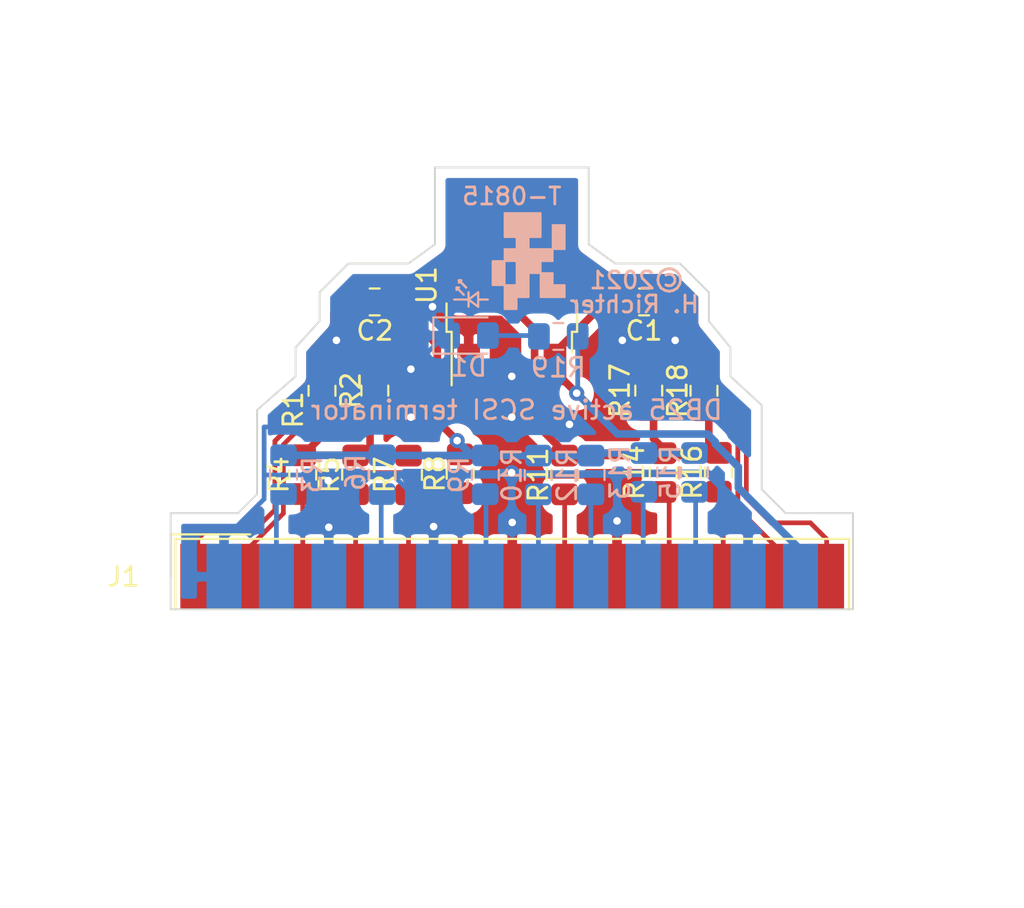
<source format=kicad_pcb>
(kicad_pcb (version 20171130) (host pcbnew "(5.1.6-0)")

  (general
    (thickness 1.6)
    (drawings 48)
    (tracks 227)
    (zones 0)
    (modules 25)
    (nets 23)
  )

  (page A4)
  (layers
    (0 F.Cu signal)
    (31 B.Cu signal)
    (32 B.Adhes user)
    (33 F.Adhes user)
    (34 B.Paste user)
    (35 F.Paste user)
    (36 B.SilkS user)
    (37 F.SilkS user)
    (38 B.Mask user)
    (39 F.Mask user)
    (40 Dwgs.User user)
    (41 Cmts.User user)
    (42 Eco1.User user)
    (43 Eco2.User user)
    (44 Edge.Cuts user)
    (45 Margin user)
    (46 B.CrtYd user)
    (47 F.CrtYd user)
    (48 B.Fab user)
    (49 F.Fab user)
  )

  (setup
    (last_trace_width 0.4)
    (user_trace_width 0.25)
    (user_trace_width 0.4)
    (user_trace_width 0.5)
    (trace_clearance 0.2)
    (zone_clearance 0.508)
    (zone_45_only no)
    (trace_min 0.2)
    (via_size 0.8)
    (via_drill 0.4)
    (via_min_size 0.4)
    (via_min_drill 0.3)
    (uvia_size 0.3)
    (uvia_drill 0.1)
    (uvias_allowed no)
    (uvia_min_size 0.2)
    (uvia_min_drill 0.1)
    (edge_width 0.05)
    (segment_width 0.2)
    (pcb_text_width 0.3)
    (pcb_text_size 1.5 1.5)
    (mod_edge_width 0.12)
    (mod_text_size 1 1)
    (mod_text_width 0.15)
    (pad_size 1.524 1.524)
    (pad_drill 0.762)
    (pad_to_mask_clearance 0.05)
    (aux_axis_origin 0 0)
    (visible_elements FFFFFF7F)
    (pcbplotparams
      (layerselection 0x010f0_ffffffff)
      (usegerberextensions true)
      (usegerberattributes true)
      (usegerberadvancedattributes true)
      (creategerberjobfile false)
      (excludeedgelayer true)
      (linewidth 0.100000)
      (plotframeref false)
      (viasonmask false)
      (mode 1)
      (useauxorigin false)
      (hpglpennumber 1)
      (hpglpenspeed 20)
      (hpglpendiameter 15.000000)
      (psnegative false)
      (psa4output false)
      (plotreference true)
      (plotvalue true)
      (plotinvisibletext false)
      (padsonsilk false)
      (subtractmaskfromsilk false)
      (outputformat 1)
      (mirror false)
      (drillshape 0)
      (scaleselection 1)
      (outputdirectory "ScsiTermGerber/"))
  )

  (net 0 "")
  (net 1 GND)
  (net 2 +5V)
  (net 3 /DB4)
  (net 4 /DB2)
  (net 5 /DB1)
  (net 6 /DBP)
  (net 7 /SEL)
  (net 8 /ATN)
  (net 9 /C_D)
  (net 10 /DB7)
  (net 11 /DB6)
  (net 12 /DB5)
  (net 13 /DB3)
  (net 14 /DB0)
  (net 15 /BSY)
  (net 16 /ACK)
  (net 17 /RST)
  (net 18 /I_O)
  (net 19 /MSG)
  (net 20 /REQ)
  (net 21 "Net-(D1-Pad2)")
  (net 22 /2.85V)

  (net_class Default "This is the default net class."
    (clearance 0.2)
    (trace_width 0.25)
    (via_dia 0.8)
    (via_drill 0.4)
    (uvia_dia 0.3)
    (uvia_drill 0.1)
    (add_net +5V)
    (add_net /2.85V)
    (add_net /ACK)
    (add_net /ATN)
    (add_net /BSY)
    (add_net /C_D)
    (add_net /DB0)
    (add_net /DB1)
    (add_net /DB2)
    (add_net /DB3)
    (add_net /DB4)
    (add_net /DB5)
    (add_net /DB6)
    (add_net /DB7)
    (add_net /DBP)
    (add_net /I_O)
    (add_net /MSG)
    (add_net /REQ)
    (add_net /RST)
    (add_net /SEL)
    (add_net GND)
    (add_net "Net-(D1-Pad2)")
  )

  (module bax:baxlogo (layer B.Cu) (tedit 5D2B3466) (tstamp 61B68BFD)
    (at 153.035 50.673 180)
    (fp_text reference REF** (at 0 -3.81) (layer B.SilkS) hide
      (effects (font (size 1 1) (thickness 0.15)) (justify mirror))
    )
    (fp_text value baxlogo (at 0 3.6322) (layer B.Fab)
      (effects (font (size 1 1) (thickness 0.15)) (justify mirror))
    )
    (fp_poly (pts (xy -0.635 2.54) (xy 1.27 2.54) (xy 1.27 1.27) (xy -0.635 1.27)) (layer B.SilkS) (width 0.1))
    (fp_poly (pts (xy 0 1.27) (xy 0 0.635) (xy 0.635 0.635) (xy 0.635 1.27)) (layer B.SilkS) (width 0.1))
    (fp_poly (pts (xy -0.635 0.635) (xy -1.27 0.635) (xy -1.27 0) (xy -0.635 0)) (layer B.SilkS) (width 0.1))
    (fp_poly (pts (xy -1.27 0.635) (xy -1.27 1.905) (xy -1.905 1.905) (xy -1.905 0.635)) (layer B.SilkS) (width 0.1))
    (fp_poly (pts (xy -0.635 0.635) (xy 1.27 0.635) (xy 1.27 0) (xy -0.635 0)) (layer B.SilkS) (width 0.1))
    (fp_poly (pts (xy 1.27 0) (xy 1.27 -1.27) (xy 1.905 -1.27) (xy 1.905 0)) (layer B.SilkS) (width 0.1))
    (fp_poly (pts (xy 0.635 0) (xy 0.635 -0.635) (xy -0.635 -0.635) (xy -0.635 0)) (layer B.SilkS) (width 0.1))
    (fp_poly (pts (xy 0.635 -0.635) (xy 0.635 -1.905) (xy 0 -1.905) (xy 0 -0.635)) (layer B.SilkS) (width 0.1))
    (fp_poly (pts (xy 0.635 -1.27) (xy 1.27 -1.27) (xy 1.27 -2.54) (xy 0.635 -2.54)) (layer B.SilkS) (width 0.1))
    (fp_poly (pts (xy -0.635 -0.635) (xy -0.635 -1.27) (xy -1.27 -1.27) (xy -1.27 -0.635)) (layer B.SilkS) (width 0.1))
    (fp_poly (pts (xy -0.635 -1.27) (xy -0.635 -1.905) (xy -1.905 -1.905) (xy -1.905 -1.27)) (layer B.SilkS) (width 0.1))
  )

  (module Package_TO_SOT_SMD:TO-252-2 (layer F.Cu) (tedit 5A70A390) (tstamp 612A875D)
    (at 152.147 51.943 90)
    (descr "TO-252 / DPAK SMD package, http://www.infineon.com/cms/en/product/packages/PG-TO252/PG-TO252-3-1/")
    (tags "DPAK TO-252 DPAK-3 TO-252-3 SOT-428")
    (path /612F876C)
    (attr smd)
    (fp_text reference U1 (at 0 -4.5 90) (layer F.SilkS)
      (effects (font (size 1 1) (thickness 0.15)))
    )
    (fp_text value LD1117DT28TR (at 0 4.5 90) (layer F.Fab)
      (effects (font (size 1 1) (thickness 0.15)))
    )
    (fp_line (start 5.55 -3.5) (end -5.55 -3.5) (layer F.CrtYd) (width 0.05))
    (fp_line (start 5.55 3.5) (end 5.55 -3.5) (layer F.CrtYd) (width 0.05))
    (fp_line (start -5.55 3.5) (end 5.55 3.5) (layer F.CrtYd) (width 0.05))
    (fp_line (start -5.55 -3.5) (end -5.55 3.5) (layer F.CrtYd) (width 0.05))
    (fp_line (start -2.47 3.18) (end -3.57 3.18) (layer F.SilkS) (width 0.12))
    (fp_line (start -2.47 3.45) (end -2.47 3.18) (layer F.SilkS) (width 0.12))
    (fp_line (start -0.97 3.45) (end -2.47 3.45) (layer F.SilkS) (width 0.12))
    (fp_line (start -2.47 -3.18) (end -5.3 -3.18) (layer F.SilkS) (width 0.12))
    (fp_line (start -2.47 -3.45) (end -2.47 -3.18) (layer F.SilkS) (width 0.12))
    (fp_line (start -0.97 -3.45) (end -2.47 -3.45) (layer F.SilkS) (width 0.12))
    (fp_line (start -4.97 2.655) (end -2.27 2.655) (layer F.Fab) (width 0.1))
    (fp_line (start -4.97 1.905) (end -4.97 2.655) (layer F.Fab) (width 0.1))
    (fp_line (start -2.27 1.905) (end -4.97 1.905) (layer F.Fab) (width 0.1))
    (fp_line (start -4.97 -1.905) (end -2.27 -1.905) (layer F.Fab) (width 0.1))
    (fp_line (start -4.97 -2.655) (end -4.97 -1.905) (layer F.Fab) (width 0.1))
    (fp_line (start -1.865 -2.655) (end -4.97 -2.655) (layer F.Fab) (width 0.1))
    (fp_line (start -1.27 -3.25) (end 3.95 -3.25) (layer F.Fab) (width 0.1))
    (fp_line (start -2.27 -2.25) (end -1.27 -3.25) (layer F.Fab) (width 0.1))
    (fp_line (start -2.27 3.25) (end -2.27 -2.25) (layer F.Fab) (width 0.1))
    (fp_line (start 3.95 3.25) (end -2.27 3.25) (layer F.Fab) (width 0.1))
    (fp_line (start 3.95 -3.25) (end 3.95 3.25) (layer F.Fab) (width 0.1))
    (fp_line (start 4.95 2.7) (end 3.95 2.7) (layer F.Fab) (width 0.1))
    (fp_line (start 4.95 -2.7) (end 4.95 2.7) (layer F.Fab) (width 0.1))
    (fp_line (start 3.95 -2.7) (end 4.95 -2.7) (layer F.Fab) (width 0.1))
    (fp_text user %R (at 0 0 90) (layer F.Fab)
      (effects (font (size 1 1) (thickness 0.15)))
    )
    (pad "" smd rect (at 0.425 1.525 90) (size 3.05 2.75) (layers F.Paste))
    (pad "" smd rect (at 3.775 -1.525 90) (size 3.05 2.75) (layers F.Paste))
    (pad "" smd rect (at 0.425 -1.525 90) (size 3.05 2.75) (layers F.Paste))
    (pad "" smd rect (at 3.775 1.525 90) (size 3.05 2.75) (layers F.Paste))
    (pad 2 smd rect (at 2.1 0 90) (size 6.4 5.8) (layers F.Cu F.Mask)
      (net 22 /2.85V))
    (pad 3 smd rect (at -4.2 2.28 90) (size 2.2 1.2) (layers F.Cu F.Paste F.Mask)
      (net 2 +5V))
    (pad 1 smd rect (at -4.2 -2.28 90) (size 2.2 1.2) (layers F.Cu F.Paste F.Mask)
      (net 1 GND))
    (model ${KISYS3DMOD}/Package_TO_SOT_SMD.3dshapes/TO-252-2.wrl
      (at (xyz 0 0 0))
      (scale (xyz 1 1 1))
      (rotate (xyz 0 0 0))
    )
  )

  (module Resistor_SMD:R_0805_2012Metric_Pad1.15x1.40mm_HandSolder (layer B.Cu) (tedit 5B36C52B) (tstamp 612ACD28)
    (at 154.605 54.655)
    (descr "Resistor SMD 0805 (2012 Metric), square (rectangular) end terminal, IPC_7351 nominal with elongated pad for handsoldering. (Body size source: https://docs.google.com/spreadsheets/d/1BsfQQcO9C6DZCsRaXUlFlo91Tg2WpOkGARC1WS5S8t0/edit?usp=sharing), generated with kicad-footprint-generator")
    (tags "resistor handsolder")
    (path /6133F8E5)
    (attr smd)
    (fp_text reference R19 (at 0 1.65) (layer B.SilkS)
      (effects (font (size 1 1) (thickness 0.15)) (justify mirror))
    )
    (fp_text value 680 (at 0 -1.65) (layer B.Fab)
      (effects (font (size 1 1) (thickness 0.15)) (justify mirror))
    )
    (fp_line (start 1.85 -0.95) (end -1.85 -0.95) (layer B.CrtYd) (width 0.05))
    (fp_line (start 1.85 0.95) (end 1.85 -0.95) (layer B.CrtYd) (width 0.05))
    (fp_line (start -1.85 0.95) (end 1.85 0.95) (layer B.CrtYd) (width 0.05))
    (fp_line (start -1.85 -0.95) (end -1.85 0.95) (layer B.CrtYd) (width 0.05))
    (fp_line (start -0.261252 -0.71) (end 0.261252 -0.71) (layer B.SilkS) (width 0.12))
    (fp_line (start -0.261252 0.71) (end 0.261252 0.71) (layer B.SilkS) (width 0.12))
    (fp_line (start 1 -0.6) (end -1 -0.6) (layer B.Fab) (width 0.1))
    (fp_line (start 1 0.6) (end 1 -0.6) (layer B.Fab) (width 0.1))
    (fp_line (start -1 0.6) (end 1 0.6) (layer B.Fab) (width 0.1))
    (fp_line (start -1 -0.6) (end -1 0.6) (layer B.Fab) (width 0.1))
    (fp_text user %R (at 0 0) (layer B.Fab)
      (effects (font (size 0.5 0.5) (thickness 0.08)) (justify mirror))
    )
    (pad 2 smd roundrect (at 1.025 0) (size 1.15 1.4) (layers B.Cu B.Paste B.Mask) (roundrect_rratio 0.217391)
      (net 2 +5V))
    (pad 1 smd roundrect (at -1.025 0) (size 1.15 1.4) (layers B.Cu B.Paste B.Mask) (roundrect_rratio 0.217391)
      (net 21 "Net-(D1-Pad2)"))
    (model ${KISYS3DMOD}/Resistor_SMD.3dshapes/R_0805_2012Metric.wrl
      (at (xyz 0 0 0))
      (scale (xyz 1 1 1))
      (rotate (xyz 0 0 0))
    )
  )

  (module LED_SMD:LED_0805_2012Metric_Pad1.15x1.40mm_HandSolder (layer B.Cu) (tedit 5B4B45C9) (tstamp 612AC97F)
    (at 149.86 54.61)
    (descr "LED SMD 0805 (2012 Metric), square (rectangular) end terminal, IPC_7351 nominal, (Body size source: https://docs.google.com/spreadsheets/d/1BsfQQcO9C6DZCsRaXUlFlo91Tg2WpOkGARC1WS5S8t0/edit?usp=sharing), generated with kicad-footprint-generator")
    (tags "LED handsolder")
    (path /61341EAF)
    (attr smd)
    (fp_text reference D1 (at 0 1.65) (layer B.SilkS)
      (effects (font (size 1 1) (thickness 0.15)) (justify mirror))
    )
    (fp_text value LED (at 0 -1.65) (layer B.Fab)
      (effects (font (size 1 1) (thickness 0.15)) (justify mirror))
    )
    (fp_line (start 1.85 -0.95) (end -1.85 -0.95) (layer B.CrtYd) (width 0.05))
    (fp_line (start 1.85 0.95) (end 1.85 -0.95) (layer B.CrtYd) (width 0.05))
    (fp_line (start -1.85 0.95) (end 1.85 0.95) (layer B.CrtYd) (width 0.05))
    (fp_line (start -1.85 -0.95) (end -1.85 0.95) (layer B.CrtYd) (width 0.05))
    (fp_line (start -1.86 -0.96) (end 1 -0.96) (layer B.SilkS) (width 0.12))
    (fp_line (start -1.86 0.96) (end -1.86 -0.96) (layer B.SilkS) (width 0.12))
    (fp_line (start 1 0.96) (end -1.86 0.96) (layer B.SilkS) (width 0.12))
    (fp_line (start 1 -0.6) (end 1 0.6) (layer B.Fab) (width 0.1))
    (fp_line (start -1 -0.6) (end 1 -0.6) (layer B.Fab) (width 0.1))
    (fp_line (start -1 0.3) (end -1 -0.6) (layer B.Fab) (width 0.1))
    (fp_line (start -0.7 0.6) (end -1 0.3) (layer B.Fab) (width 0.1))
    (fp_line (start 1 0.6) (end -0.7 0.6) (layer B.Fab) (width 0.1))
    (fp_text user %R (at 0 0) (layer B.Fab)
      (effects (font (size 0.5 0.5) (thickness 0.08)) (justify mirror))
    )
    (pad 2 smd roundrect (at 1.025 0) (size 1.15 1.4) (layers B.Cu B.Paste B.Mask) (roundrect_rratio 0.217391)
      (net 21 "Net-(D1-Pad2)"))
    (pad 1 smd roundrect (at -1.025 0) (size 1.15 1.4) (layers B.Cu B.Paste B.Mask) (roundrect_rratio 0.217391)
      (net 1 GND))
    (model ${KISYS3DMOD}/LED_SMD.3dshapes/LED_0805_2012Metric.wrl
      (at (xyz 0 0 0))
      (scale (xyz 1 1 1))
      (rotate (xyz 0 0 0))
    )
  )

  (module Resistor_SMD:R_0805_2012Metric_Pad1.15x1.40mm_HandSolder (layer F.Cu) (tedit 5B36C52B) (tstamp 612A9758)
    (at 162.306 57.531 270)
    (descr "Resistor SMD 0805 (2012 Metric), square (rectangular) end terminal, IPC_7351 nominal with elongated pad for handsoldering. (Body size source: https://docs.google.com/spreadsheets/d/1BsfQQcO9C6DZCsRaXUlFlo91Tg2WpOkGARC1WS5S8t0/edit?usp=sharing), generated with kicad-footprint-generator")
    (tags "resistor handsolder")
    (path /612DBB29)
    (attr smd)
    (fp_text reference R18 (at 0 1.397 90) (layer F.SilkS)
      (effects (font (size 1 1) (thickness 0.15)))
    )
    (fp_text value 110 (at 0 1.65 90) (layer F.Fab)
      (effects (font (size 1 1) (thickness 0.15)))
    )
    (fp_line (start 1.85 0.95) (end -1.85 0.95) (layer F.CrtYd) (width 0.05))
    (fp_line (start 1.85 -0.95) (end 1.85 0.95) (layer F.CrtYd) (width 0.05))
    (fp_line (start -1.85 -0.95) (end 1.85 -0.95) (layer F.CrtYd) (width 0.05))
    (fp_line (start -1.85 0.95) (end -1.85 -0.95) (layer F.CrtYd) (width 0.05))
    (fp_line (start -0.261252 0.71) (end 0.261252 0.71) (layer F.SilkS) (width 0.12))
    (fp_line (start -0.261252 -0.71) (end 0.261252 -0.71) (layer F.SilkS) (width 0.12))
    (fp_line (start 1 0.6) (end -1 0.6) (layer F.Fab) (width 0.1))
    (fp_line (start 1 -0.6) (end 1 0.6) (layer F.Fab) (width 0.1))
    (fp_line (start -1 -0.6) (end 1 -0.6) (layer F.Fab) (width 0.1))
    (fp_line (start -1 0.6) (end -1 -0.6) (layer F.Fab) (width 0.1))
    (fp_text user %R (at 0 0 90) (layer F.Fab)
      (effects (font (size 0.5 0.5) (thickness 0.08)))
    )
    (pad 2 smd roundrect (at 1.025 0 270) (size 1.15 1.4) (layers F.Cu F.Paste F.Mask) (roundrect_rratio 0.217391)
      (net 22 /2.85V))
    (pad 1 smd roundrect (at -1.025 0 270) (size 1.15 1.4) (layers F.Cu F.Paste F.Mask) (roundrect_rratio 0.217391)
      (net 10 /DB7))
    (model ${KISYS3DMOD}/Resistor_SMD.3dshapes/R_0805_2012Metric.wrl
      (at (xyz 0 0 0))
      (scale (xyz 1 1 1))
      (rotate (xyz 0 0 0))
    )
  )

  (module Resistor_SMD:R_0805_2012Metric_Pad1.15x1.40mm_HandSolder (layer F.Cu) (tedit 5B36C52B) (tstamp 612A8745)
    (at 159.385 57.522 270)
    (descr "Resistor SMD 0805 (2012 Metric), square (rectangular) end terminal, IPC_7351 nominal with elongated pad for handsoldering. (Body size source: https://docs.google.com/spreadsheets/d/1BsfQQcO9C6DZCsRaXUlFlo91Tg2WpOkGARC1WS5S8t0/edit?usp=sharing), generated with kicad-footprint-generator")
    (tags "resistor handsolder")
    (path /612DBB23)
    (attr smd)
    (fp_text reference R17 (at 0 1.524 90) (layer F.SilkS)
      (effects (font (size 1 1) (thickness 0.15)))
    )
    (fp_text value 110 (at 0 1.65 90) (layer F.Fab)
      (effects (font (size 1 1) (thickness 0.15)))
    )
    (fp_line (start 1.85 0.95) (end -1.85 0.95) (layer F.CrtYd) (width 0.05))
    (fp_line (start 1.85 -0.95) (end 1.85 0.95) (layer F.CrtYd) (width 0.05))
    (fp_line (start -1.85 -0.95) (end 1.85 -0.95) (layer F.CrtYd) (width 0.05))
    (fp_line (start -1.85 0.95) (end -1.85 -0.95) (layer F.CrtYd) (width 0.05))
    (fp_line (start -0.261252 0.71) (end 0.261252 0.71) (layer F.SilkS) (width 0.12))
    (fp_line (start -0.261252 -0.71) (end 0.261252 -0.71) (layer F.SilkS) (width 0.12))
    (fp_line (start 1 0.6) (end -1 0.6) (layer F.Fab) (width 0.1))
    (fp_line (start 1 -0.6) (end 1 0.6) (layer F.Fab) (width 0.1))
    (fp_line (start -1 -0.6) (end 1 -0.6) (layer F.Fab) (width 0.1))
    (fp_line (start -1 0.6) (end -1 -0.6) (layer F.Fab) (width 0.1))
    (fp_text user %R (at 0 0 90) (layer F.Fab)
      (effects (font (size 0.5 0.5) (thickness 0.08)))
    )
    (pad 2 smd roundrect (at 1.025 0 270) (size 1.15 1.4) (layers F.Cu F.Paste F.Mask) (roundrect_rratio 0.217391)
      (net 22 /2.85V))
    (pad 1 smd roundrect (at -1.025 0 270) (size 1.15 1.4) (layers F.Cu F.Paste F.Mask) (roundrect_rratio 0.217391)
      (net 11 /DB6))
    (model ${KISYS3DMOD}/Resistor_SMD.3dshapes/R_0805_2012Metric.wrl
      (at (xyz 0 0 0))
      (scale (xyz 1 1 1))
      (rotate (xyz 0 0 0))
    )
  )

  (module Resistor_SMD:R_0805_2012Metric_Pad1.15x1.40mm_HandSolder (layer F.Cu) (tedit 5B36C52B) (tstamp 612A8734)
    (at 163.068 61.84 90)
    (descr "Resistor SMD 0805 (2012 Metric), square (rectangular) end terminal, IPC_7351 nominal with elongated pad for handsoldering. (Body size source: https://docs.google.com/spreadsheets/d/1BsfQQcO9C6DZCsRaXUlFlo91Tg2WpOkGARC1WS5S8t0/edit?usp=sharing), generated with kicad-footprint-generator")
    (tags "resistor handsolder")
    (path /612DBB1D)
    (attr smd)
    (fp_text reference R16 (at 0 -1.397 90) (layer F.SilkS)
      (effects (font (size 1 1) (thickness 0.15)))
    )
    (fp_text value 110 (at 0 1.65 90) (layer F.Fab)
      (effects (font (size 1 1) (thickness 0.15)))
    )
    (fp_line (start 1.85 0.95) (end -1.85 0.95) (layer F.CrtYd) (width 0.05))
    (fp_line (start 1.85 -0.95) (end 1.85 0.95) (layer F.CrtYd) (width 0.05))
    (fp_line (start -1.85 -0.95) (end 1.85 -0.95) (layer F.CrtYd) (width 0.05))
    (fp_line (start -1.85 0.95) (end -1.85 -0.95) (layer F.CrtYd) (width 0.05))
    (fp_line (start -0.261252 0.71) (end 0.261252 0.71) (layer F.SilkS) (width 0.12))
    (fp_line (start -0.261252 -0.71) (end 0.261252 -0.71) (layer F.SilkS) (width 0.12))
    (fp_line (start 1 0.6) (end -1 0.6) (layer F.Fab) (width 0.1))
    (fp_line (start 1 -0.6) (end 1 0.6) (layer F.Fab) (width 0.1))
    (fp_line (start -1 -0.6) (end 1 -0.6) (layer F.Fab) (width 0.1))
    (fp_line (start -1 0.6) (end -1 -0.6) (layer F.Fab) (width 0.1))
    (fp_text user %R (at 0 0 90) (layer F.Fab)
      (effects (font (size 0.5 0.5) (thickness 0.08)))
    )
    (pad 2 smd roundrect (at 1.025 0 90) (size 1.15 1.4) (layers F.Cu F.Paste F.Mask) (roundrect_rratio 0.217391)
      (net 22 /2.85V))
    (pad 1 smd roundrect (at -1.025 0 90) (size 1.15 1.4) (layers F.Cu F.Paste F.Mask) (roundrect_rratio 0.217391)
      (net 12 /DB5))
    (model ${KISYS3DMOD}/Resistor_SMD.3dshapes/R_0805_2012Metric.wrl
      (at (xyz 0 0 0))
      (scale (xyz 1 1 1))
      (rotate (xyz 0 0 0))
    )
  )

  (module Resistor_SMD:R_0805_2012Metric_Pad1.15x1.40mm_HandSolder (layer B.Cu) (tedit 5B36C52B) (tstamp 612A8723)
    (at 161.798 61.849 90)
    (descr "Resistor SMD 0805 (2012 Metric), square (rectangular) end terminal, IPC_7351 nominal with elongated pad for handsoldering. (Body size source: https://docs.google.com/spreadsheets/d/1BsfQQcO9C6DZCsRaXUlFlo91Tg2WpOkGARC1WS5S8t0/edit?usp=sharing), generated with kicad-footprint-generator")
    (tags "resistor handsolder")
    (path /612DBB17)
    (attr smd)
    (fp_text reference R15 (at 0 -1.27 270) (layer B.SilkS)
      (effects (font (size 1 1) (thickness 0.15)) (justify mirror))
    )
    (fp_text value 110 (at 0 -1.65 270) (layer B.Fab)
      (effects (font (size 1 1) (thickness 0.15)) (justify mirror))
    )
    (fp_line (start 1.85 -0.95) (end -1.85 -0.95) (layer B.CrtYd) (width 0.05))
    (fp_line (start 1.85 0.95) (end 1.85 -0.95) (layer B.CrtYd) (width 0.05))
    (fp_line (start -1.85 0.95) (end 1.85 0.95) (layer B.CrtYd) (width 0.05))
    (fp_line (start -1.85 -0.95) (end -1.85 0.95) (layer B.CrtYd) (width 0.05))
    (fp_line (start -0.261252 -0.71) (end 0.261252 -0.71) (layer B.SilkS) (width 0.12))
    (fp_line (start -0.261252 0.71) (end 0.261252 0.71) (layer B.SilkS) (width 0.12))
    (fp_line (start 1 -0.6) (end -1 -0.6) (layer B.Fab) (width 0.1))
    (fp_line (start 1 0.6) (end 1 -0.6) (layer B.Fab) (width 0.1))
    (fp_line (start -1 0.6) (end 1 0.6) (layer B.Fab) (width 0.1))
    (fp_line (start -1 -0.6) (end -1 0.6) (layer B.Fab) (width 0.1))
    (fp_text user %R (at 0 0 270) (layer B.Fab)
      (effects (font (size 0.5 0.5) (thickness 0.08)) (justify mirror))
    )
    (pad 2 smd roundrect (at 1.025 0 90) (size 1.15 1.4) (layers B.Cu B.Paste B.Mask) (roundrect_rratio 0.217391)
      (net 22 /2.85V))
    (pad 1 smd roundrect (at -1.025 0 90) (size 1.15 1.4) (layers B.Cu B.Paste B.Mask) (roundrect_rratio 0.217391)
      (net 3 /DB4))
    (model ${KISYS3DMOD}/Resistor_SMD.3dshapes/R_0805_2012Metric.wrl
      (at (xyz 0 0 0))
      (scale (xyz 1 1 1))
      (rotate (xyz 0 0 0))
    )
  )

  (module Resistor_SMD:R_0805_2012Metric_Pad1.15x1.40mm_HandSolder (layer F.Cu) (tedit 5B36C52B) (tstamp 612A8AC4)
    (at 160.147 61.858 90)
    (descr "Resistor SMD 0805 (2012 Metric), square (rectangular) end terminal, IPC_7351 nominal with elongated pad for handsoldering. (Body size source: https://docs.google.com/spreadsheets/d/1BsfQQcO9C6DZCsRaXUlFlo91Tg2WpOkGARC1WS5S8t0/edit?usp=sharing), generated with kicad-footprint-generator")
    (tags "resistor handsolder")
    (path /612DBB11)
    (attr smd)
    (fp_text reference R14 (at 0 -1.524 90) (layer F.SilkS)
      (effects (font (size 1 1) (thickness 0.15)))
    )
    (fp_text value 110 (at 0 1.65 90) (layer F.Fab)
      (effects (font (size 1 1) (thickness 0.15)))
    )
    (fp_line (start 1.85 0.95) (end -1.85 0.95) (layer F.CrtYd) (width 0.05))
    (fp_line (start 1.85 -0.95) (end 1.85 0.95) (layer F.CrtYd) (width 0.05))
    (fp_line (start -1.85 -0.95) (end 1.85 -0.95) (layer F.CrtYd) (width 0.05))
    (fp_line (start -1.85 0.95) (end -1.85 -0.95) (layer F.CrtYd) (width 0.05))
    (fp_line (start -0.261252 0.71) (end 0.261252 0.71) (layer F.SilkS) (width 0.12))
    (fp_line (start -0.261252 -0.71) (end 0.261252 -0.71) (layer F.SilkS) (width 0.12))
    (fp_line (start 1 0.6) (end -1 0.6) (layer F.Fab) (width 0.1))
    (fp_line (start 1 -0.6) (end 1 0.6) (layer F.Fab) (width 0.1))
    (fp_line (start -1 -0.6) (end 1 -0.6) (layer F.Fab) (width 0.1))
    (fp_line (start -1 0.6) (end -1 -0.6) (layer F.Fab) (width 0.1))
    (fp_text user %R (at 0 0 90) (layer F.Fab)
      (effects (font (size 0.5 0.5) (thickness 0.08)))
    )
    (pad 2 smd roundrect (at 1.025 0 90) (size 1.15 1.4) (layers F.Cu F.Paste F.Mask) (roundrect_rratio 0.217391)
      (net 22 /2.85V))
    (pad 1 smd roundrect (at -1.025 0 90) (size 1.15 1.4) (layers F.Cu F.Paste F.Mask) (roundrect_rratio 0.217391)
      (net 13 /DB3))
    (model ${KISYS3DMOD}/Resistor_SMD.3dshapes/R_0805_2012Metric.wrl
      (at (xyz 0 0 0))
      (scale (xyz 1 1 1))
      (rotate (xyz 0 0 0))
    )
  )

  (module Resistor_SMD:R_0805_2012Metric_Pad1.15x1.40mm_HandSolder (layer B.Cu) (tedit 5B36C52B) (tstamp 612A8701)
    (at 159.131 61.849 90)
    (descr "Resistor SMD 0805 (2012 Metric), square (rectangular) end terminal, IPC_7351 nominal with elongated pad for handsoldering. (Body size source: https://docs.google.com/spreadsheets/d/1BsfQQcO9C6DZCsRaXUlFlo91Tg2WpOkGARC1WS5S8t0/edit?usp=sharing), generated with kicad-footprint-generator")
    (tags "resistor handsolder")
    (path /612DBB0B)
    (attr smd)
    (fp_text reference R13 (at 0 -1.27 270) (layer B.SilkS)
      (effects (font (size 1 1) (thickness 0.15)) (justify mirror))
    )
    (fp_text value 110 (at 0 -1.65 270) (layer B.Fab)
      (effects (font (size 1 1) (thickness 0.15)) (justify mirror))
    )
    (fp_line (start 1.85 -0.95) (end -1.85 -0.95) (layer B.CrtYd) (width 0.05))
    (fp_line (start 1.85 0.95) (end 1.85 -0.95) (layer B.CrtYd) (width 0.05))
    (fp_line (start -1.85 0.95) (end 1.85 0.95) (layer B.CrtYd) (width 0.05))
    (fp_line (start -1.85 -0.95) (end -1.85 0.95) (layer B.CrtYd) (width 0.05))
    (fp_line (start -0.261252 -0.71) (end 0.261252 -0.71) (layer B.SilkS) (width 0.12))
    (fp_line (start -0.261252 0.71) (end 0.261252 0.71) (layer B.SilkS) (width 0.12))
    (fp_line (start 1 -0.6) (end -1 -0.6) (layer B.Fab) (width 0.1))
    (fp_line (start 1 0.6) (end 1 -0.6) (layer B.Fab) (width 0.1))
    (fp_line (start -1 0.6) (end 1 0.6) (layer B.Fab) (width 0.1))
    (fp_line (start -1 -0.6) (end -1 0.6) (layer B.Fab) (width 0.1))
    (fp_text user %R (at 0 0 270) (layer B.Fab)
      (effects (font (size 0.5 0.5) (thickness 0.08)) (justify mirror))
    )
    (pad 2 smd roundrect (at 1.025 0 90) (size 1.15 1.4) (layers B.Cu B.Paste B.Mask) (roundrect_rratio 0.217391)
      (net 22 /2.85V))
    (pad 1 smd roundrect (at -1.025 0 90) (size 1.15 1.4) (layers B.Cu B.Paste B.Mask) (roundrect_rratio 0.217391)
      (net 4 /DB2))
    (model ${KISYS3DMOD}/Resistor_SMD.3dshapes/R_0805_2012Metric.wrl
      (at (xyz 0 0 0))
      (scale (xyz 1 1 1))
      (rotate (xyz 0 0 0))
    )
  )

  (module Resistor_SMD:R_0805_2012Metric_Pad1.15x1.40mm_HandSolder (layer B.Cu) (tedit 5B36C52B) (tstamp 612A86F0)
    (at 156.337 61.985 90)
    (descr "Resistor SMD 0805 (2012 Metric), square (rectangular) end terminal, IPC_7351 nominal with elongated pad for handsoldering. (Body size source: https://docs.google.com/spreadsheets/d/1BsfQQcO9C6DZCsRaXUlFlo91Tg2WpOkGARC1WS5S8t0/edit?usp=sharing), generated with kicad-footprint-generator")
    (tags "resistor handsolder")
    (path /612DBB05)
    (attr smd)
    (fp_text reference R12 (at 0 -1.27 90) (layer B.SilkS)
      (effects (font (size 1 1) (thickness 0.15)) (justify mirror))
    )
    (fp_text value 110 (at 0 -1.65 90) (layer B.Fab)
      (effects (font (size 1 1) (thickness 0.15)) (justify mirror))
    )
    (fp_line (start 1.85 -0.95) (end -1.85 -0.95) (layer B.CrtYd) (width 0.05))
    (fp_line (start 1.85 0.95) (end 1.85 -0.95) (layer B.CrtYd) (width 0.05))
    (fp_line (start -1.85 0.95) (end 1.85 0.95) (layer B.CrtYd) (width 0.05))
    (fp_line (start -1.85 -0.95) (end -1.85 0.95) (layer B.CrtYd) (width 0.05))
    (fp_line (start -0.261252 -0.71) (end 0.261252 -0.71) (layer B.SilkS) (width 0.12))
    (fp_line (start -0.261252 0.71) (end 0.261252 0.71) (layer B.SilkS) (width 0.12))
    (fp_line (start 1 -0.6) (end -1 -0.6) (layer B.Fab) (width 0.1))
    (fp_line (start 1 0.6) (end 1 -0.6) (layer B.Fab) (width 0.1))
    (fp_line (start -1 0.6) (end 1 0.6) (layer B.Fab) (width 0.1))
    (fp_line (start -1 -0.6) (end -1 0.6) (layer B.Fab) (width 0.1))
    (fp_text user %R (at 0 0 90) (layer B.Fab)
      (effects (font (size 0.5 0.5) (thickness 0.08)) (justify mirror))
    )
    (pad 2 smd roundrect (at 1.025 0 90) (size 1.15 1.4) (layers B.Cu B.Paste B.Mask) (roundrect_rratio 0.217391)
      (net 22 /2.85V))
    (pad 1 smd roundrect (at -1.025 0 90) (size 1.15 1.4) (layers B.Cu B.Paste B.Mask) (roundrect_rratio 0.217391)
      (net 5 /DB1))
    (model ${KISYS3DMOD}/Resistor_SMD.3dshapes/R_0805_2012Metric.wrl
      (at (xyz 0 0 0))
      (scale (xyz 1 1 1))
      (rotate (xyz 0 0 0))
    )
  )

  (module Resistor_SMD:R_0805_2012Metric_Pad1.15x1.40mm_HandSolder (layer F.Cu) (tedit 5B36C52B) (tstamp 612A86DF)
    (at 154.94 61.985 90)
    (descr "Resistor SMD 0805 (2012 Metric), square (rectangular) end terminal, IPC_7351 nominal with elongated pad for handsoldering. (Body size source: https://docs.google.com/spreadsheets/d/1BsfQQcO9C6DZCsRaXUlFlo91Tg2WpOkGARC1WS5S8t0/edit?usp=sharing), generated with kicad-footprint-generator")
    (tags "resistor handsolder")
    (path /612DBAFF)
    (attr smd)
    (fp_text reference R11 (at 0 -1.397 90) (layer F.SilkS)
      (effects (font (size 1 1) (thickness 0.15)))
    )
    (fp_text value 110 (at 0 1.65 90) (layer F.Fab)
      (effects (font (size 1 1) (thickness 0.15)))
    )
    (fp_line (start 1.85 0.95) (end -1.85 0.95) (layer F.CrtYd) (width 0.05))
    (fp_line (start 1.85 -0.95) (end 1.85 0.95) (layer F.CrtYd) (width 0.05))
    (fp_line (start -1.85 -0.95) (end 1.85 -0.95) (layer F.CrtYd) (width 0.05))
    (fp_line (start -1.85 0.95) (end -1.85 -0.95) (layer F.CrtYd) (width 0.05))
    (fp_line (start -0.261252 0.71) (end 0.261252 0.71) (layer F.SilkS) (width 0.12))
    (fp_line (start -0.261252 -0.71) (end 0.261252 -0.71) (layer F.SilkS) (width 0.12))
    (fp_line (start 1 0.6) (end -1 0.6) (layer F.Fab) (width 0.1))
    (fp_line (start 1 -0.6) (end 1 0.6) (layer F.Fab) (width 0.1))
    (fp_line (start -1 -0.6) (end 1 -0.6) (layer F.Fab) (width 0.1))
    (fp_line (start -1 0.6) (end -1 -0.6) (layer F.Fab) (width 0.1))
    (fp_text user %R (at 0 0 90) (layer F.Fab)
      (effects (font (size 0.5 0.5) (thickness 0.08)))
    )
    (pad 2 smd roundrect (at 1.025 0 90) (size 1.15 1.4) (layers F.Cu F.Paste F.Mask) (roundrect_rratio 0.217391)
      (net 22 /2.85V))
    (pad 1 smd roundrect (at -1.025 0 90) (size 1.15 1.4) (layers F.Cu F.Paste F.Mask) (roundrect_rratio 0.217391)
      (net 14 /DB0))
    (model ${KISYS3DMOD}/Resistor_SMD.3dshapes/R_0805_2012Metric.wrl
      (at (xyz 0 0 0))
      (scale (xyz 1 1 1))
      (rotate (xyz 0 0 0))
    )
  )

  (module Resistor_SMD:R_0805_2012Metric_Pad1.15x1.40mm_HandSolder (layer B.Cu) (tedit 5B36C52B) (tstamp 612A86CE)
    (at 153.543 61.985 90)
    (descr "Resistor SMD 0805 (2012 Metric), square (rectangular) end terminal, IPC_7351 nominal with elongated pad for handsoldering. (Body size source: https://docs.google.com/spreadsheets/d/1BsfQQcO9C6DZCsRaXUlFlo91Tg2WpOkGARC1WS5S8t0/edit?usp=sharing), generated with kicad-footprint-generator")
    (tags "resistor handsolder")
    (path /612DBAF9)
    (attr smd)
    (fp_text reference R10 (at 0.009 -1.397 270) (layer B.SilkS)
      (effects (font (size 1 1) (thickness 0.15)) (justify mirror))
    )
    (fp_text value 110 (at 0 -1.65 270) (layer B.Fab)
      (effects (font (size 1 1) (thickness 0.15)) (justify mirror))
    )
    (fp_line (start 1.85 -0.95) (end -1.85 -0.95) (layer B.CrtYd) (width 0.05))
    (fp_line (start 1.85 0.95) (end 1.85 -0.95) (layer B.CrtYd) (width 0.05))
    (fp_line (start -1.85 0.95) (end 1.85 0.95) (layer B.CrtYd) (width 0.05))
    (fp_line (start -1.85 -0.95) (end -1.85 0.95) (layer B.CrtYd) (width 0.05))
    (fp_line (start -0.261252 -0.71) (end 0.261252 -0.71) (layer B.SilkS) (width 0.12))
    (fp_line (start -0.261252 0.71) (end 0.261252 0.71) (layer B.SilkS) (width 0.12))
    (fp_line (start 1 -0.6) (end -1 -0.6) (layer B.Fab) (width 0.1))
    (fp_line (start 1 0.6) (end 1 -0.6) (layer B.Fab) (width 0.1))
    (fp_line (start -1 0.6) (end 1 0.6) (layer B.Fab) (width 0.1))
    (fp_line (start -1 -0.6) (end -1 0.6) (layer B.Fab) (width 0.1))
    (fp_text user %R (at 0 0 270) (layer B.Fab)
      (effects (font (size 0.5 0.5) (thickness 0.08)) (justify mirror))
    )
    (pad 2 smd roundrect (at 1.025 0 90) (size 1.15 1.4) (layers B.Cu B.Paste B.Mask) (roundrect_rratio 0.217391)
      (net 22 /2.85V))
    (pad 1 smd roundrect (at -1.025 0 90) (size 1.15 1.4) (layers B.Cu B.Paste B.Mask) (roundrect_rratio 0.217391)
      (net 6 /DBP))
    (model ${KISYS3DMOD}/Resistor_SMD.3dshapes/R_0805_2012Metric.wrl
      (at (xyz 0 0 0))
      (scale (xyz 1 1 1))
      (rotate (xyz 0 0 0))
    )
  )

  (module Resistor_SMD:R_0805_2012Metric_Pad1.15x1.40mm_HandSolder (layer B.Cu) (tedit 5B36C52B) (tstamp 612A86BD)
    (at 150.749 61.976 270)
    (descr "Resistor SMD 0805 (2012 Metric), square (rectangular) end terminal, IPC_7351 nominal with elongated pad for handsoldering. (Body size source: https://docs.google.com/spreadsheets/d/1BsfQQcO9C6DZCsRaXUlFlo91Tg2WpOkGARC1WS5S8t0/edit?usp=sharing), generated with kicad-footprint-generator")
    (tags "resistor handsolder")
    (path /612CB026)
    (attr smd)
    (fp_text reference R9 (at 0 1.397 270) (layer B.SilkS)
      (effects (font (size 1 1) (thickness 0.15)) (justify mirror))
    )
    (fp_text value 110 (at 0 -1.65 270) (layer B.Fab)
      (effects (font (size 1 1) (thickness 0.15)) (justify mirror))
    )
    (fp_line (start 1.85 -0.95) (end -1.85 -0.95) (layer B.CrtYd) (width 0.05))
    (fp_line (start 1.85 0.95) (end 1.85 -0.95) (layer B.CrtYd) (width 0.05))
    (fp_line (start -1.85 0.95) (end 1.85 0.95) (layer B.CrtYd) (width 0.05))
    (fp_line (start -1.85 -0.95) (end -1.85 0.95) (layer B.CrtYd) (width 0.05))
    (fp_line (start -0.261252 -0.71) (end 0.261252 -0.71) (layer B.SilkS) (width 0.12))
    (fp_line (start -0.261252 0.71) (end 0.261252 0.71) (layer B.SilkS) (width 0.12))
    (fp_line (start 1 -0.6) (end -1 -0.6) (layer B.Fab) (width 0.1))
    (fp_line (start 1 0.6) (end 1 -0.6) (layer B.Fab) (width 0.1))
    (fp_line (start -1 0.6) (end 1 0.6) (layer B.Fab) (width 0.1))
    (fp_line (start -1 -0.6) (end -1 0.6) (layer B.Fab) (width 0.1))
    (fp_text user %R (at 0 0 270) (layer B.Fab)
      (effects (font (size 0.5 0.5) (thickness 0.08)) (justify mirror))
    )
    (pad 2 smd roundrect (at 1.025 0 270) (size 1.15 1.4) (layers B.Cu B.Paste B.Mask) (roundrect_rratio 0.217391)
      (net 7 /SEL))
    (pad 1 smd roundrect (at -1.025 0 270) (size 1.15 1.4) (layers B.Cu B.Paste B.Mask) (roundrect_rratio 0.217391)
      (net 22 /2.85V))
    (model ${KISYS3DMOD}/Resistor_SMD.3dshapes/R_0805_2012Metric.wrl
      (at (xyz 0 0 0))
      (scale (xyz 1 1 1))
      (rotate (xyz 0 0 0))
    )
  )

  (module Resistor_SMD:R_0805_2012Metric_Pad1.15x1.40mm_HandSolder (layer F.Cu) (tedit 5B36C52B) (tstamp 612A8A53)
    (at 149.4155 61.9215 270)
    (descr "Resistor SMD 0805 (2012 Metric), square (rectangular) end terminal, IPC_7351 nominal with elongated pad for handsoldering. (Body size source: https://docs.google.com/spreadsheets/d/1BsfQQcO9C6DZCsRaXUlFlo91Tg2WpOkGARC1WS5S8t0/edit?usp=sharing), generated with kicad-footprint-generator")
    (tags "resistor handsolder")
    (path /612CADD4)
    (attr smd)
    (fp_text reference R8 (at 0 1.3335 90) (layer F.SilkS)
      (effects (font (size 1 1) (thickness 0.15)))
    )
    (fp_text value 110 (at 0 1.65 90) (layer F.Fab)
      (effects (font (size 1 1) (thickness 0.15)))
    )
    (fp_line (start 1.85 0.95) (end -1.85 0.95) (layer F.CrtYd) (width 0.05))
    (fp_line (start 1.85 -0.95) (end 1.85 0.95) (layer F.CrtYd) (width 0.05))
    (fp_line (start -1.85 -0.95) (end 1.85 -0.95) (layer F.CrtYd) (width 0.05))
    (fp_line (start -1.85 0.95) (end -1.85 -0.95) (layer F.CrtYd) (width 0.05))
    (fp_line (start -0.261252 0.71) (end 0.261252 0.71) (layer F.SilkS) (width 0.12))
    (fp_line (start -0.261252 -0.71) (end 0.261252 -0.71) (layer F.SilkS) (width 0.12))
    (fp_line (start 1 0.6) (end -1 0.6) (layer F.Fab) (width 0.1))
    (fp_line (start 1 -0.6) (end 1 0.6) (layer F.Fab) (width 0.1))
    (fp_line (start -1 -0.6) (end 1 -0.6) (layer F.Fab) (width 0.1))
    (fp_line (start -1 0.6) (end -1 -0.6) (layer F.Fab) (width 0.1))
    (fp_text user %R (at 0 0 90) (layer F.Fab)
      (effects (font (size 0.5 0.5) (thickness 0.08)))
    )
    (pad 2 smd roundrect (at 1.025 0 270) (size 1.15 1.4) (layers F.Cu F.Paste F.Mask) (roundrect_rratio 0.217391)
      (net 15 /BSY))
    (pad 1 smd roundrect (at -1.025 0 270) (size 1.15 1.4) (layers F.Cu F.Paste F.Mask) (roundrect_rratio 0.217391)
      (net 22 /2.85V))
    (model ${KISYS3DMOD}/Resistor_SMD.3dshapes/R_0805_2012Metric.wrl
      (at (xyz 0 0 0))
      (scale (xyz 1 1 1))
      (rotate (xyz 0 0 0))
    )
  )

  (module Resistor_SMD:R_0805_2012Metric_Pad1.15x1.40mm_HandSolder (layer F.Cu) (tedit 5B36C52B) (tstamp 61B62E59)
    (at 146.685 61.985 270)
    (descr "Resistor SMD 0805 (2012 Metric), square (rectangular) end terminal, IPC_7351 nominal with elongated pad for handsoldering. (Body size source: https://docs.google.com/spreadsheets/d/1BsfQQcO9C6DZCsRaXUlFlo91Tg2WpOkGARC1WS5S8t0/edit?usp=sharing), generated with kicad-footprint-generator")
    (tags "resistor handsolder")
    (path /612CABC1)
    (attr smd)
    (fp_text reference R7 (at -0.009 1.27 90) (layer F.SilkS)
      (effects (font (size 1 1) (thickness 0.15)))
    )
    (fp_text value 110 (at 0 1.65 90) (layer F.Fab)
      (effects (font (size 1 1) (thickness 0.15)))
    )
    (fp_line (start 1.85 0.95) (end -1.85 0.95) (layer F.CrtYd) (width 0.05))
    (fp_line (start 1.85 -0.95) (end 1.85 0.95) (layer F.CrtYd) (width 0.05))
    (fp_line (start -1.85 -0.95) (end 1.85 -0.95) (layer F.CrtYd) (width 0.05))
    (fp_line (start -1.85 0.95) (end -1.85 -0.95) (layer F.CrtYd) (width 0.05))
    (fp_line (start -0.261252 0.71) (end 0.261252 0.71) (layer F.SilkS) (width 0.12))
    (fp_line (start -0.261252 -0.71) (end 0.261252 -0.71) (layer F.SilkS) (width 0.12))
    (fp_line (start 1 0.6) (end -1 0.6) (layer F.Fab) (width 0.1))
    (fp_line (start 1 -0.6) (end 1 0.6) (layer F.Fab) (width 0.1))
    (fp_line (start -1 -0.6) (end 1 -0.6) (layer F.Fab) (width 0.1))
    (fp_line (start -1 0.6) (end -1 -0.6) (layer F.Fab) (width 0.1))
    (fp_text user %R (at 0 0 90) (layer F.Fab)
      (effects (font (size 0.5 0.5) (thickness 0.08)))
    )
    (pad 2 smd roundrect (at 1.025 0 270) (size 1.15 1.4) (layers F.Cu F.Paste F.Mask) (roundrect_rratio 0.217391)
      (net 16 /ACK))
    (pad 1 smd roundrect (at -1.025 0 270) (size 1.15 1.4) (layers F.Cu F.Paste F.Mask) (roundrect_rratio 0.217391)
      (net 22 /2.85V))
    (model ${KISYS3DMOD}/Resistor_SMD.3dshapes/R_0805_2012Metric.wrl
      (at (xyz 0 0 0))
      (scale (xyz 1 1 1))
      (rotate (xyz 0 0 0))
    )
  )

  (module Resistor_SMD:R_0805_2012Metric_Pad1.15x1.40mm_HandSolder (layer B.Cu) (tedit 5B36C52B) (tstamp 612A868A)
    (at 145.288 61.967 270)
    (descr "Resistor SMD 0805 (2012 Metric), square (rectangular) end terminal, IPC_7351 nominal with elongated pad for handsoldering. (Body size source: https://docs.google.com/spreadsheets/d/1BsfQQcO9C6DZCsRaXUlFlo91Tg2WpOkGARC1WS5S8t0/edit?usp=sharing), generated with kicad-footprint-generator")
    (tags "resistor handsolder")
    (path /612C9A3E)
    (attr smd)
    (fp_text reference R6 (at -0.118 1.397 90) (layer B.SilkS)
      (effects (font (size 1 1) (thickness 0.15)) (justify mirror))
    )
    (fp_text value 110 (at 0 -1.65 90) (layer B.Fab)
      (effects (font (size 1 1) (thickness 0.15)) (justify mirror))
    )
    (fp_line (start 1.85 -0.95) (end -1.85 -0.95) (layer B.CrtYd) (width 0.05))
    (fp_line (start 1.85 0.95) (end 1.85 -0.95) (layer B.CrtYd) (width 0.05))
    (fp_line (start -1.85 0.95) (end 1.85 0.95) (layer B.CrtYd) (width 0.05))
    (fp_line (start -1.85 -0.95) (end -1.85 0.95) (layer B.CrtYd) (width 0.05))
    (fp_line (start -0.261252 -0.71) (end 0.261252 -0.71) (layer B.SilkS) (width 0.12))
    (fp_line (start -0.261252 0.71) (end 0.261252 0.71) (layer B.SilkS) (width 0.12))
    (fp_line (start 1 -0.6) (end -1 -0.6) (layer B.Fab) (width 0.1))
    (fp_line (start 1 0.6) (end 1 -0.6) (layer B.Fab) (width 0.1))
    (fp_line (start -1 0.6) (end 1 0.6) (layer B.Fab) (width 0.1))
    (fp_line (start -1 -0.6) (end -1 0.6) (layer B.Fab) (width 0.1))
    (fp_text user %R (at 0 0 90) (layer B.Fab)
      (effects (font (size 0.5 0.5) (thickness 0.08)) (justify mirror))
    )
    (pad 2 smd roundrect (at 1.025 0 270) (size 1.15 1.4) (layers B.Cu B.Paste B.Mask) (roundrect_rratio 0.217391)
      (net 8 /ATN))
    (pad 1 smd roundrect (at -1.025 0 270) (size 1.15 1.4) (layers B.Cu B.Paste B.Mask) (roundrect_rratio 0.217391)
      (net 22 /2.85V))
    (model ${KISYS3DMOD}/Resistor_SMD.3dshapes/R_0805_2012Metric.wrl
      (at (xyz 0 0 0))
      (scale (xyz 1 1 1))
      (rotate (xyz 0 0 0))
    )
  )

  (module Resistor_SMD:R_0805_2012Metric_Pad1.15x1.40mm_HandSolder (layer F.Cu) (tedit 5B36C52B) (tstamp 612A8679)
    (at 143.891 61.976 270)
    (descr "Resistor SMD 0805 (2012 Metric), square (rectangular) end terminal, IPC_7351 nominal with elongated pad for handsoldering. (Body size source: https://docs.google.com/spreadsheets/d/1BsfQQcO9C6DZCsRaXUlFlo91Tg2WpOkGARC1WS5S8t0/edit?usp=sharing), generated with kicad-footprint-generator")
    (tags "resistor handsolder")
    (path /612C9541)
    (attr smd)
    (fp_text reference R5 (at 0 1.397 90) (layer F.SilkS)
      (effects (font (size 1 1) (thickness 0.15)))
    )
    (fp_text value 110 (at 0 1.65 90) (layer F.Fab)
      (effects (font (size 1 1) (thickness 0.15)))
    )
    (fp_line (start 1.85 0.95) (end -1.85 0.95) (layer F.CrtYd) (width 0.05))
    (fp_line (start 1.85 -0.95) (end 1.85 0.95) (layer F.CrtYd) (width 0.05))
    (fp_line (start -1.85 -0.95) (end 1.85 -0.95) (layer F.CrtYd) (width 0.05))
    (fp_line (start -1.85 0.95) (end -1.85 -0.95) (layer F.CrtYd) (width 0.05))
    (fp_line (start -0.261252 0.71) (end 0.261252 0.71) (layer F.SilkS) (width 0.12))
    (fp_line (start -0.261252 -0.71) (end 0.261252 -0.71) (layer F.SilkS) (width 0.12))
    (fp_line (start 1 0.6) (end -1 0.6) (layer F.Fab) (width 0.1))
    (fp_line (start 1 -0.6) (end 1 0.6) (layer F.Fab) (width 0.1))
    (fp_line (start -1 -0.6) (end 1 -0.6) (layer F.Fab) (width 0.1))
    (fp_line (start -1 0.6) (end -1 -0.6) (layer F.Fab) (width 0.1))
    (fp_text user %R (at 0 0 90) (layer F.Fab)
      (effects (font (size 0.5 0.5) (thickness 0.08)))
    )
    (pad 2 smd roundrect (at 1.025 0 270) (size 1.15 1.4) (layers F.Cu F.Paste F.Mask) (roundrect_rratio 0.217391)
      (net 17 /RST))
    (pad 1 smd roundrect (at -1.025 0 270) (size 1.15 1.4) (layers F.Cu F.Paste F.Mask) (roundrect_rratio 0.217391)
      (net 22 /2.85V))
    (model ${KISYS3DMOD}/Resistor_SMD.3dshapes/R_0805_2012Metric.wrl
      (at (xyz 0 0 0))
      (scale (xyz 1 1 1))
      (rotate (xyz 0 0 0))
    )
  )

  (module Resistor_SMD:R_0805_2012Metric_Pad1.15x1.40mm_HandSolder (layer F.Cu) (tedit 5B36C52B) (tstamp 612A8668)
    (at 141.097 61.967 270)
    (descr "Resistor SMD 0805 (2012 Metric), square (rectangular) end terminal, IPC_7351 nominal with elongated pad for handsoldering. (Body size source: https://docs.google.com/spreadsheets/d/1BsfQQcO9C6DZCsRaXUlFlo91Tg2WpOkGARC1WS5S8t0/edit?usp=sharing), generated with kicad-footprint-generator")
    (tags "resistor handsolder")
    (path /612BF335)
    (attr smd)
    (fp_text reference R4 (at 0.009 1.27 90) (layer F.SilkS)
      (effects (font (size 1 1) (thickness 0.15)))
    )
    (fp_text value 110 (at 0 1.65 90) (layer F.Fab)
      (effects (font (size 1 1) (thickness 0.15)))
    )
    (fp_line (start 1.85 0.95) (end -1.85 0.95) (layer F.CrtYd) (width 0.05))
    (fp_line (start 1.85 -0.95) (end 1.85 0.95) (layer F.CrtYd) (width 0.05))
    (fp_line (start -1.85 -0.95) (end 1.85 -0.95) (layer F.CrtYd) (width 0.05))
    (fp_line (start -1.85 0.95) (end -1.85 -0.95) (layer F.CrtYd) (width 0.05))
    (fp_line (start -0.261252 0.71) (end 0.261252 0.71) (layer F.SilkS) (width 0.12))
    (fp_line (start -0.261252 -0.71) (end 0.261252 -0.71) (layer F.SilkS) (width 0.12))
    (fp_line (start 1 0.6) (end -1 0.6) (layer F.Fab) (width 0.1))
    (fp_line (start 1 -0.6) (end 1 0.6) (layer F.Fab) (width 0.1))
    (fp_line (start -1 -0.6) (end 1 -0.6) (layer F.Fab) (width 0.1))
    (fp_line (start -1 0.6) (end -1 -0.6) (layer F.Fab) (width 0.1))
    (fp_text user %R (at 0 0 90) (layer F.Fab)
      (effects (font (size 0.5 0.5) (thickness 0.08)))
    )
    (pad 2 smd roundrect (at 1.025 0 270) (size 1.15 1.4) (layers F.Cu F.Paste F.Mask) (roundrect_rratio 0.217391)
      (net 18 /I_O))
    (pad 1 smd roundrect (at -1.025 0 270) (size 1.15 1.4) (layers F.Cu F.Paste F.Mask) (roundrect_rratio 0.217391)
      (net 22 /2.85V))
    (model ${KISYS3DMOD}/Resistor_SMD.3dshapes/R_0805_2012Metric.wrl
      (at (xyz 0 0 0))
      (scale (xyz 1 1 1))
      (rotate (xyz 0 0 0))
    )
  )

  (module Resistor_SMD:R_0805_2012Metric_Pad1.15x1.40mm_HandSolder (layer B.Cu) (tedit 5B36C52B) (tstamp 612A929B)
    (at 140.081 61.967 270)
    (descr "Resistor SMD 0805 (2012 Metric), square (rectangular) end terminal, IPC_7351 nominal with elongated pad for handsoldering. (Body size source: https://docs.google.com/spreadsheets/d/1BsfQQcO9C6DZCsRaXUlFlo91Tg2WpOkGARC1WS5S8t0/edit?usp=sharing), generated with kicad-footprint-generator")
    (tags "resistor handsolder")
    (path /612BEFFC)
    (attr smd)
    (fp_text reference R3 (at 0.009 -1.524 270) (layer B.SilkS)
      (effects (font (size 1 1) (thickness 0.15)) (justify mirror))
    )
    (fp_text value 110 (at 0 -1.65 90) (layer B.Fab)
      (effects (font (size 1 1) (thickness 0.15)) (justify mirror))
    )
    (fp_line (start 1.85 -0.95) (end -1.85 -0.95) (layer B.CrtYd) (width 0.05))
    (fp_line (start 1.85 0.95) (end 1.85 -0.95) (layer B.CrtYd) (width 0.05))
    (fp_line (start -1.85 0.95) (end 1.85 0.95) (layer B.CrtYd) (width 0.05))
    (fp_line (start -1.85 -0.95) (end -1.85 0.95) (layer B.CrtYd) (width 0.05))
    (fp_line (start -0.261252 -0.71) (end 0.261252 -0.71) (layer B.SilkS) (width 0.12))
    (fp_line (start -0.261252 0.71) (end 0.261252 0.71) (layer B.SilkS) (width 0.12))
    (fp_line (start 1 -0.6) (end -1 -0.6) (layer B.Fab) (width 0.1))
    (fp_line (start 1 0.6) (end 1 -0.6) (layer B.Fab) (width 0.1))
    (fp_line (start -1 0.6) (end 1 0.6) (layer B.Fab) (width 0.1))
    (fp_line (start -1 -0.6) (end -1 0.6) (layer B.Fab) (width 0.1))
    (fp_text user %R (at 0 0 90) (layer B.Fab)
      (effects (font (size 0.5 0.5) (thickness 0.08)) (justify mirror))
    )
    (pad 2 smd roundrect (at 1.025 0 270) (size 1.15 1.4) (layers B.Cu B.Paste B.Mask) (roundrect_rratio 0.217391)
      (net 9 /C_D))
    (pad 1 smd roundrect (at -1.025 0 270) (size 1.15 1.4) (layers B.Cu B.Paste B.Mask) (roundrect_rratio 0.217391)
      (net 22 /2.85V))
    (model ${KISYS3DMOD}/Resistor_SMD.3dshapes/R_0805_2012Metric.wrl
      (at (xyz 0 0 0))
      (scale (xyz 1 1 1))
      (rotate (xyz 0 0 0))
    )
  )

  (module Resistor_SMD:R_0805_2012Metric_Pad1.15x1.40mm_HandSolder (layer F.Cu) (tedit 5B36C52B) (tstamp 612A8646)
    (at 144.907 57.522 90)
    (descr "Resistor SMD 0805 (2012 Metric), square (rectangular) end terminal, IPC_7351 nominal with elongated pad for handsoldering. (Body size source: https://docs.google.com/spreadsheets/d/1BsfQQcO9C6DZCsRaXUlFlo91Tg2WpOkGARC1WS5S8t0/edit?usp=sharing), generated with kicad-footprint-generator")
    (tags "resistor handsolder")
    (path /612BEBC7)
    (attr smd)
    (fp_text reference R2 (at 0 -1.27 90) (layer F.SilkS)
      (effects (font (size 1 1) (thickness 0.15)))
    )
    (fp_text value 110 (at 0 1.65 90) (layer F.Fab)
      (effects (font (size 1 1) (thickness 0.15)))
    )
    (fp_line (start 1.85 0.95) (end -1.85 0.95) (layer F.CrtYd) (width 0.05))
    (fp_line (start 1.85 -0.95) (end 1.85 0.95) (layer F.CrtYd) (width 0.05))
    (fp_line (start -1.85 -0.95) (end 1.85 -0.95) (layer F.CrtYd) (width 0.05))
    (fp_line (start -1.85 0.95) (end -1.85 -0.95) (layer F.CrtYd) (width 0.05))
    (fp_line (start -0.261252 0.71) (end 0.261252 0.71) (layer F.SilkS) (width 0.12))
    (fp_line (start -0.261252 -0.71) (end 0.261252 -0.71) (layer F.SilkS) (width 0.12))
    (fp_line (start 1 0.6) (end -1 0.6) (layer F.Fab) (width 0.1))
    (fp_line (start 1 -0.6) (end 1 0.6) (layer F.Fab) (width 0.1))
    (fp_line (start -1 -0.6) (end 1 -0.6) (layer F.Fab) (width 0.1))
    (fp_line (start -1 0.6) (end -1 -0.6) (layer F.Fab) (width 0.1))
    (fp_text user %R (at 0 0 90) (layer F.Fab)
      (effects (font (size 0.5 0.5) (thickness 0.08)))
    )
    (pad 2 smd roundrect (at 1.025 0 90) (size 1.15 1.4) (layers F.Cu F.Paste F.Mask) (roundrect_rratio 0.217391)
      (net 19 /MSG))
    (pad 1 smd roundrect (at -1.025 0 90) (size 1.15 1.4) (layers F.Cu F.Paste F.Mask) (roundrect_rratio 0.217391)
      (net 22 /2.85V))
    (model ${KISYS3DMOD}/Resistor_SMD.3dshapes/R_0805_2012Metric.wrl
      (at (xyz 0 0 0))
      (scale (xyz 1 1 1))
      (rotate (xyz 0 0 0))
    )
  )

  (module Resistor_SMD:R_0805_2012Metric_Pad1.15x1.40mm_HandSolder (layer F.Cu) (tedit 5B36C52B) (tstamp 612A8635)
    (at 142.113 57.531 90)
    (descr "Resistor SMD 0805 (2012 Metric), square (rectangular) end terminal, IPC_7351 nominal with elongated pad for handsoldering. (Body size source: https://docs.google.com/spreadsheets/d/1BsfQQcO9C6DZCsRaXUlFlo91Tg2WpOkGARC1WS5S8t0/edit?usp=sharing), generated with kicad-footprint-generator")
    (tags "resistor handsolder")
    (path /612BDF1C)
    (attr smd)
    (fp_text reference R1 (at -1.016 -1.524 90) (layer F.SilkS)
      (effects (font (size 1 1) (thickness 0.15)))
    )
    (fp_text value 110 (at 0 1.65 90) (layer F.Fab)
      (effects (font (size 1 1) (thickness 0.15)))
    )
    (fp_line (start 1.85 0.95) (end -1.85 0.95) (layer F.CrtYd) (width 0.05))
    (fp_line (start 1.85 -0.95) (end 1.85 0.95) (layer F.CrtYd) (width 0.05))
    (fp_line (start -1.85 -0.95) (end 1.85 -0.95) (layer F.CrtYd) (width 0.05))
    (fp_line (start -1.85 0.95) (end -1.85 -0.95) (layer F.CrtYd) (width 0.05))
    (fp_line (start -0.261252 0.71) (end 0.261252 0.71) (layer F.SilkS) (width 0.12))
    (fp_line (start -0.261252 -0.71) (end 0.261252 -0.71) (layer F.SilkS) (width 0.12))
    (fp_line (start 1 0.6) (end -1 0.6) (layer F.Fab) (width 0.1))
    (fp_line (start 1 -0.6) (end 1 0.6) (layer F.Fab) (width 0.1))
    (fp_line (start -1 -0.6) (end 1 -0.6) (layer F.Fab) (width 0.1))
    (fp_line (start -1 0.6) (end -1 -0.6) (layer F.Fab) (width 0.1))
    (fp_text user %R (at 0 0 90) (layer F.Fab)
      (effects (font (size 0.5 0.5) (thickness 0.08)))
    )
    (pad 2 smd roundrect (at 1.025 0 90) (size 1.15 1.4) (layers F.Cu F.Paste F.Mask) (roundrect_rratio 0.217391)
      (net 20 /REQ))
    (pad 1 smd roundrect (at -1.025 0 90) (size 1.15 1.4) (layers F.Cu F.Paste F.Mask) (roundrect_rratio 0.217391)
      (net 22 /2.85V))
    (model ${KISYS3DMOD}/Resistor_SMD.3dshapes/R_0805_2012Metric.wrl
      (at (xyz 0 0 0))
      (scale (xyz 1 1 1))
      (rotate (xyz 0 0 0))
    )
  )

  (module Connector_Dsub:DSUB-25_Male_EdgeMount_P2.77mm (layer F.Cu) (tedit 59FEDEE2) (tstamp 612A8624)
    (at 152.168 67.365)
    (descr "25-pin D-Sub connector, solder-cups edge-mounted, male, x-pin-pitch 2.77mm, distance of mounting holes 47.1mm, see https://disti-assets.s3.amazonaws.com/tonar/files/datasheets/16730.pdf")
    (tags "25-pin D-Sub connector edge mount solder cup male x-pin-pitch 2.77mm mounting holes distance 47.1mm")
    (path /612A14A3)
    (attr smd)
    (fp_text reference J1 (at -20.543333 0) (layer F.SilkS)
      (effects (font (size 1 1) (thickness 0.15)))
    )
    (fp_text value DB25_Male (at 0 16.69) (layer F.Fab)
      (effects (font (size 1 1) (thickness 0.15)))
    )
    (fp_line (start -26.55 1.99) (end 26.55 1.99) (layer Dwgs.User) (width 0.05))
    (fp_line (start -18.043333 -2.24) (end -13.85 -2.24) (layer F.SilkS) (width 0.12))
    (fp_line (start -18.043333 0) (end -18.043333 -2.24) (layer F.SilkS) (width 0.12))
    (fp_line (start -17.803333 -2) (end -17.803333 1.74) (layer F.SilkS) (width 0.12))
    (fp_line (start 17.803333 -2) (end -17.803333 -2) (layer F.SilkS) (width 0.12))
    (fp_line (start 17.803333 1.74) (end 17.803333 -2) (layer F.SilkS) (width 0.12))
    (fp_line (start -18.05 1.5) (end -18.05 -2.25) (layer F.CrtYd) (width 0.05))
    (fp_line (start -19.05 1.5) (end -18.05 1.5) (layer F.CrtYd) (width 0.05))
    (fp_line (start -19.05 4.3) (end -19.05 1.5) (layer F.CrtYd) (width 0.05))
    (fp_line (start -20.05 4.3) (end -19.05 4.3) (layer F.CrtYd) (width 0.05))
    (fp_line (start -20.05 8.8) (end -20.05 4.3) (layer F.CrtYd) (width 0.05))
    (fp_line (start -27.05 8.8) (end -20.05 8.8) (layer F.CrtYd) (width 0.05))
    (fp_line (start -27.05 10.2) (end -27.05 8.8) (layer F.CrtYd) (width 0.05))
    (fp_line (start -19.65 10.2) (end -27.05 10.2) (layer F.CrtYd) (width 0.05))
    (fp_line (start -19.65 16.2) (end -19.65 10.2) (layer F.CrtYd) (width 0.05))
    (fp_line (start 19.65 16.2) (end -19.65 16.2) (layer F.CrtYd) (width 0.05))
    (fp_line (start 19.65 10.2) (end 19.65 16.2) (layer F.CrtYd) (width 0.05))
    (fp_line (start 27.05 10.2) (end 19.65 10.2) (layer F.CrtYd) (width 0.05))
    (fp_line (start 27.05 8.8) (end 27.05 10.2) (layer F.CrtYd) (width 0.05))
    (fp_line (start 20.05 8.8) (end 27.05 8.8) (layer F.CrtYd) (width 0.05))
    (fp_line (start 20.05 4.3) (end 20.05 8.8) (layer F.CrtYd) (width 0.05))
    (fp_line (start 19.05 4.3) (end 20.05 4.3) (layer F.CrtYd) (width 0.05))
    (fp_line (start 19.05 1.5) (end 19.05 4.3) (layer F.CrtYd) (width 0.05))
    (fp_line (start 18.05 1.5) (end 19.05 1.5) (layer F.CrtYd) (width 0.05))
    (fp_line (start 18.05 -2.25) (end 18.05 1.5) (layer F.CrtYd) (width 0.05))
    (fp_line (start -18.05 -2.25) (end 18.05 -2.25) (layer F.CrtYd) (width 0.05))
    (fp_line (start 19.15 9.69) (end -19.15 9.69) (layer F.Fab) (width 0.1))
    (fp_line (start 19.15 15.69) (end 19.15 9.69) (layer F.Fab) (width 0.1))
    (fp_line (start -19.15 15.69) (end 19.15 15.69) (layer F.Fab) (width 0.1))
    (fp_line (start -19.15 9.69) (end -19.15 15.69) (layer F.Fab) (width 0.1))
    (fp_line (start 26.55 9.29) (end -26.55 9.29) (layer F.Fab) (width 0.1))
    (fp_line (start 26.55 9.69) (end 26.55 9.29) (layer F.Fab) (width 0.1))
    (fp_line (start -26.55 9.69) (end 26.55 9.69) (layer F.Fab) (width 0.1))
    (fp_line (start -26.55 9.29) (end -26.55 9.69) (layer F.Fab) (width 0.1))
    (fp_line (start 19.55 4.79) (end -19.55 4.79) (layer F.Fab) (width 0.1))
    (fp_line (start 19.55 9.29) (end 19.55 4.79) (layer F.Fab) (width 0.1))
    (fp_line (start -19.55 9.29) (end 19.55 9.29) (layer F.Fab) (width 0.1))
    (fp_line (start -19.55 4.79) (end -19.55 9.29) (layer F.Fab) (width 0.1))
    (fp_line (start 18.55 1.99) (end -18.55 1.99) (layer F.Fab) (width 0.1))
    (fp_line (start 18.55 4.79) (end 18.55 1.99) (layer F.Fab) (width 0.1))
    (fp_line (start -18.55 4.79) (end 18.55 4.79) (layer F.Fab) (width 0.1))
    (fp_line (start -18.55 1.99) (end -18.55 4.79) (layer F.Fab) (width 0.1))
    (fp_line (start 15.835 -0.91) (end 14.635 -0.91) (layer B.Fab) (width 0.1))
    (fp_line (start 15.835 1.99) (end 15.835 -0.91) (layer B.Fab) (width 0.1))
    (fp_line (start 14.635 1.99) (end 15.835 1.99) (layer B.Fab) (width 0.1))
    (fp_line (start 14.635 -0.91) (end 14.635 1.99) (layer B.Fab) (width 0.1))
    (fp_line (start 13.065 -0.91) (end 11.865 -0.91) (layer B.Fab) (width 0.1))
    (fp_line (start 13.065 1.99) (end 13.065 -0.91) (layer B.Fab) (width 0.1))
    (fp_line (start 11.865 1.99) (end 13.065 1.99) (layer B.Fab) (width 0.1))
    (fp_line (start 11.865 -0.91) (end 11.865 1.99) (layer B.Fab) (width 0.1))
    (fp_line (start 10.295 -0.91) (end 9.095 -0.91) (layer B.Fab) (width 0.1))
    (fp_line (start 10.295 1.99) (end 10.295 -0.91) (layer B.Fab) (width 0.1))
    (fp_line (start 9.095 1.99) (end 10.295 1.99) (layer B.Fab) (width 0.1))
    (fp_line (start 9.095 -0.91) (end 9.095 1.99) (layer B.Fab) (width 0.1))
    (fp_line (start 7.525 -0.91) (end 6.325 -0.91) (layer B.Fab) (width 0.1))
    (fp_line (start 7.525 1.99) (end 7.525 -0.91) (layer B.Fab) (width 0.1))
    (fp_line (start 6.325 1.99) (end 7.525 1.99) (layer B.Fab) (width 0.1))
    (fp_line (start 6.325 -0.91) (end 6.325 1.99) (layer B.Fab) (width 0.1))
    (fp_line (start 4.755 -0.91) (end 3.555 -0.91) (layer B.Fab) (width 0.1))
    (fp_line (start 4.755 1.99) (end 4.755 -0.91) (layer B.Fab) (width 0.1))
    (fp_line (start 3.555 1.99) (end 4.755 1.99) (layer B.Fab) (width 0.1))
    (fp_line (start 3.555 -0.91) (end 3.555 1.99) (layer B.Fab) (width 0.1))
    (fp_line (start 1.985 -0.91) (end 0.785 -0.91) (layer B.Fab) (width 0.1))
    (fp_line (start 1.985 1.99) (end 1.985 -0.91) (layer B.Fab) (width 0.1))
    (fp_line (start 0.785 1.99) (end 1.985 1.99) (layer B.Fab) (width 0.1))
    (fp_line (start 0.785 -0.91) (end 0.785 1.99) (layer B.Fab) (width 0.1))
    (fp_line (start -0.785 -0.91) (end -1.985 -0.91) (layer B.Fab) (width 0.1))
    (fp_line (start -0.785 1.99) (end -0.785 -0.91) (layer B.Fab) (width 0.1))
    (fp_line (start -1.985 1.99) (end -0.785 1.99) (layer B.Fab) (width 0.1))
    (fp_line (start -1.985 -0.91) (end -1.985 1.99) (layer B.Fab) (width 0.1))
    (fp_line (start -3.555 -0.91) (end -4.755 -0.91) (layer B.Fab) (width 0.1))
    (fp_line (start -3.555 1.99) (end -3.555 -0.91) (layer B.Fab) (width 0.1))
    (fp_line (start -4.755 1.99) (end -3.555 1.99) (layer B.Fab) (width 0.1))
    (fp_line (start -4.755 -0.91) (end -4.755 1.99) (layer B.Fab) (width 0.1))
    (fp_line (start -6.325 -0.91) (end -7.525 -0.91) (layer B.Fab) (width 0.1))
    (fp_line (start -6.325 1.99) (end -6.325 -0.91) (layer B.Fab) (width 0.1))
    (fp_line (start -7.525 1.99) (end -6.325 1.99) (layer B.Fab) (width 0.1))
    (fp_line (start -7.525 -0.91) (end -7.525 1.99) (layer B.Fab) (width 0.1))
    (fp_line (start -9.095 -0.91) (end -10.295 -0.91) (layer B.Fab) (width 0.1))
    (fp_line (start -9.095 1.99) (end -9.095 -0.91) (layer B.Fab) (width 0.1))
    (fp_line (start -10.295 1.99) (end -9.095 1.99) (layer B.Fab) (width 0.1))
    (fp_line (start -10.295 -0.91) (end -10.295 1.99) (layer B.Fab) (width 0.1))
    (fp_line (start -11.865 -0.91) (end -13.065 -0.91) (layer B.Fab) (width 0.1))
    (fp_line (start -11.865 1.99) (end -11.865 -0.91) (layer B.Fab) (width 0.1))
    (fp_line (start -13.065 1.99) (end -11.865 1.99) (layer B.Fab) (width 0.1))
    (fp_line (start -13.065 -0.91) (end -13.065 1.99) (layer B.Fab) (width 0.1))
    (fp_line (start -14.635 -0.91) (end -15.835 -0.91) (layer B.Fab) (width 0.1))
    (fp_line (start -14.635 1.99) (end -14.635 -0.91) (layer B.Fab) (width 0.1))
    (fp_line (start -15.835 1.99) (end -14.635 1.99) (layer B.Fab) (width 0.1))
    (fp_line (start -15.835 -0.91) (end -15.835 1.99) (layer B.Fab) (width 0.1))
    (fp_line (start 17.22 -0.91) (end 16.02 -0.91) (layer F.Fab) (width 0.1))
    (fp_line (start 17.22 1.99) (end 17.22 -0.91) (layer F.Fab) (width 0.1))
    (fp_line (start 16.02 1.99) (end 17.22 1.99) (layer F.Fab) (width 0.1))
    (fp_line (start 16.02 -0.91) (end 16.02 1.99) (layer F.Fab) (width 0.1))
    (fp_line (start 14.45 -0.91) (end 13.25 -0.91) (layer F.Fab) (width 0.1))
    (fp_line (start 14.45 1.99) (end 14.45 -0.91) (layer F.Fab) (width 0.1))
    (fp_line (start 13.25 1.99) (end 14.45 1.99) (layer F.Fab) (width 0.1))
    (fp_line (start 13.25 -0.91) (end 13.25 1.99) (layer F.Fab) (width 0.1))
    (fp_line (start 11.68 -0.91) (end 10.48 -0.91) (layer F.Fab) (width 0.1))
    (fp_line (start 11.68 1.99) (end 11.68 -0.91) (layer F.Fab) (width 0.1))
    (fp_line (start 10.48 1.99) (end 11.68 1.99) (layer F.Fab) (width 0.1))
    (fp_line (start 10.48 -0.91) (end 10.48 1.99) (layer F.Fab) (width 0.1))
    (fp_line (start 8.91 -0.91) (end 7.71 -0.91) (layer F.Fab) (width 0.1))
    (fp_line (start 8.91 1.99) (end 8.91 -0.91) (layer F.Fab) (width 0.1))
    (fp_line (start 7.71 1.99) (end 8.91 1.99) (layer F.Fab) (width 0.1))
    (fp_line (start 7.71 -0.91) (end 7.71 1.99) (layer F.Fab) (width 0.1))
    (fp_line (start 6.14 -0.91) (end 4.94 -0.91) (layer F.Fab) (width 0.1))
    (fp_line (start 6.14 1.99) (end 6.14 -0.91) (layer F.Fab) (width 0.1))
    (fp_line (start 4.94 1.99) (end 6.14 1.99) (layer F.Fab) (width 0.1))
    (fp_line (start 4.94 -0.91) (end 4.94 1.99) (layer F.Fab) (width 0.1))
    (fp_line (start 3.37 -0.91) (end 2.17 -0.91) (layer F.Fab) (width 0.1))
    (fp_line (start 3.37 1.99) (end 3.37 -0.91) (layer F.Fab) (width 0.1))
    (fp_line (start 2.17 1.99) (end 3.37 1.99) (layer F.Fab) (width 0.1))
    (fp_line (start 2.17 -0.91) (end 2.17 1.99) (layer F.Fab) (width 0.1))
    (fp_line (start 0.6 -0.91) (end -0.6 -0.91) (layer F.Fab) (width 0.1))
    (fp_line (start 0.6 1.99) (end 0.6 -0.91) (layer F.Fab) (width 0.1))
    (fp_line (start -0.6 1.99) (end 0.6 1.99) (layer F.Fab) (width 0.1))
    (fp_line (start -0.6 -0.91) (end -0.6 1.99) (layer F.Fab) (width 0.1))
    (fp_line (start -2.17 -0.91) (end -3.37 -0.91) (layer F.Fab) (width 0.1))
    (fp_line (start -2.17 1.99) (end -2.17 -0.91) (layer F.Fab) (width 0.1))
    (fp_line (start -3.37 1.99) (end -2.17 1.99) (layer F.Fab) (width 0.1))
    (fp_line (start -3.37 -0.91) (end -3.37 1.99) (layer F.Fab) (width 0.1))
    (fp_line (start -4.94 -0.91) (end -6.14 -0.91) (layer F.Fab) (width 0.1))
    (fp_line (start -4.94 1.99) (end -4.94 -0.91) (layer F.Fab) (width 0.1))
    (fp_line (start -6.14 1.99) (end -4.94 1.99) (layer F.Fab) (width 0.1))
    (fp_line (start -6.14 -0.91) (end -6.14 1.99) (layer F.Fab) (width 0.1))
    (fp_line (start -7.71 -0.91) (end -8.91 -0.91) (layer F.Fab) (width 0.1))
    (fp_line (start -7.71 1.99) (end -7.71 -0.91) (layer F.Fab) (width 0.1))
    (fp_line (start -8.91 1.99) (end -7.71 1.99) (layer F.Fab) (width 0.1))
    (fp_line (start -8.91 -0.91) (end -8.91 1.99) (layer F.Fab) (width 0.1))
    (fp_line (start -10.48 -0.91) (end -11.68 -0.91) (layer F.Fab) (width 0.1))
    (fp_line (start -10.48 1.99) (end -10.48 -0.91) (layer F.Fab) (width 0.1))
    (fp_line (start -11.68 1.99) (end -10.48 1.99) (layer F.Fab) (width 0.1))
    (fp_line (start -11.68 -0.91) (end -11.68 1.99) (layer F.Fab) (width 0.1))
    (fp_line (start -13.25 -0.91) (end -14.45 -0.91) (layer F.Fab) (width 0.1))
    (fp_line (start -13.25 1.99) (end -13.25 -0.91) (layer F.Fab) (width 0.1))
    (fp_line (start -14.45 1.99) (end -13.25 1.99) (layer F.Fab) (width 0.1))
    (fp_line (start -14.45 -0.91) (end -14.45 1.99) (layer F.Fab) (width 0.1))
    (fp_line (start -16.02 -0.91) (end -17.22 -0.91) (layer F.Fab) (width 0.1))
    (fp_line (start -16.02 1.99) (end -16.02 -0.91) (layer F.Fab) (width 0.1))
    (fp_line (start -17.22 1.99) (end -16.02 1.99) (layer F.Fab) (width 0.1))
    (fp_line (start -17.22 -0.91) (end -17.22 1.99) (layer F.Fab) (width 0.1))
    (fp_text user "PCB edge" (at -21.55 1.323333) (layer Dwgs.User)
      (effects (font (size 0.5 0.5) (thickness 0.075)))
    )
    (fp_text user %R (at 0 3.39) (layer F.Fab)
      (effects (font (size 1 1) (thickness 0.15)))
    )
    (pad 25 smd rect (at 15.235 0) (size 1.846667 3.48) (layers B.Cu B.Paste B.Mask)
      (net 2 +5V))
    (pad 24 smd rect (at 12.465 0) (size 1.846667 3.48) (layers B.Cu B.Paste B.Mask)
      (net 1 GND))
    (pad 23 smd rect (at 9.695 0) (size 1.846667 3.48) (layers B.Cu B.Paste B.Mask)
      (net 3 /DB4))
    (pad 22 smd rect (at 6.925 0) (size 1.846667 3.48) (layers B.Cu B.Paste B.Mask)
      (net 4 /DB2))
    (pad 21 smd rect (at 4.155 0) (size 1.846667 3.48) (layers B.Cu B.Paste B.Mask)
      (net 5 /DB1))
    (pad 20 smd rect (at 1.385 0) (size 1.846667 3.48) (layers B.Cu B.Paste B.Mask)
      (net 6 /DBP))
    (pad 19 smd rect (at -1.385 0) (size 1.846667 3.48) (layers B.Cu B.Paste B.Mask)
      (net 7 /SEL))
    (pad 18 smd rect (at -4.155 0) (size 1.846667 3.48) (layers B.Cu B.Paste B.Mask)
      (net 1 GND))
    (pad 17 smd rect (at -6.925 0) (size 1.846667 3.48) (layers B.Cu B.Paste B.Mask)
      (net 8 /ATN))
    (pad 16 smd rect (at -9.695 0) (size 1.846667 3.48) (layers B.Cu B.Paste B.Mask)
      (net 1 GND))
    (pad 15 smd rect (at -12.465 0) (size 1.846667 3.48) (layers B.Cu B.Paste B.Mask)
      (net 9 /C_D))
    (pad 14 smd rect (at -15.235 0) (size 1.846667 3.48) (layers B.Cu B.Paste B.Mask)
      (net 1 GND))
    (pad 13 smd rect (at 16.62 0) (size 1.846667 3.48) (layers F.Cu F.Paste F.Mask)
      (net 10 /DB7))
    (pad 12 smd rect (at 13.85 0) (size 1.846667 3.48) (layers F.Cu F.Paste F.Mask)
      (net 11 /DB6))
    (pad 11 smd rect (at 11.08 0) (size 1.846667 3.48) (layers F.Cu F.Paste F.Mask)
      (net 12 /DB5))
    (pad 10 smd rect (at 8.31 0) (size 1.846667 3.48) (layers F.Cu F.Paste F.Mask)
      (net 13 /DB3))
    (pad 9 smd rect (at 5.54 0) (size 1.846667 3.48) (layers F.Cu F.Paste F.Mask)
      (net 1 GND))
    (pad 8 smd rect (at 2.77 0) (size 1.846667 3.48) (layers F.Cu F.Paste F.Mask)
      (net 14 /DB0))
    (pad 7 smd rect (at 0 0) (size 1.846667 3.48) (layers F.Cu F.Paste F.Mask)
      (net 1 GND))
    (pad 6 smd rect (at -2.77 0) (size 1.846667 3.48) (layers F.Cu F.Paste F.Mask)
      (net 15 /BSY))
    (pad 5 smd rect (at -5.54 0) (size 1.846667 3.48) (layers F.Cu F.Paste F.Mask)
      (net 16 /ACK))
    (pad 4 smd rect (at -8.31 0) (size 1.846667 3.48) (layers F.Cu F.Paste F.Mask)
      (net 17 /RST))
    (pad 3 smd rect (at -11.08 0) (size 1.846667 3.48) (layers F.Cu F.Paste F.Mask)
      (net 18 /I_O))
    (pad 2 smd rect (at -13.85 0) (size 1.846667 3.48) (layers F.Cu F.Paste F.Mask)
      (net 19 /MSG))
    (pad 1 smd rect (at -16.62 0) (size 1.846667 3.48) (layers F.Cu F.Paste F.Mask)
      (net 20 /REQ))
    (model ${KISYS3DMOD}/Connector_Dsub.3dshapes/DSUB-25_Male_EdgeMount_P2.77mm.wrl
      (at (xyz 0 0 0))
      (scale (xyz 1 1 1))
      (rotate (xyz 0 0 0))
    )
  )

  (module Capacitor_SMD:C_0805_2012Metric_Pad1.15x1.40mm_HandSolder (layer F.Cu) (tedit 5B36C52B) (tstamp 612A8577)
    (at 144.898 52.832)
    (descr "Capacitor SMD 0805 (2012 Metric), square (rectangular) end terminal, IPC_7351 nominal with elongated pad for handsoldering. (Body size source: https://docs.google.com/spreadsheets/d/1BsfQQcO9C6DZCsRaXUlFlo91Tg2WpOkGARC1WS5S8t0/edit?usp=sharing), generated with kicad-footprint-generator")
    (tags "capacitor handsolder")
    (path /61303B3D)
    (attr smd)
    (fp_text reference C2 (at 0.009 1.524) (layer F.SilkS)
      (effects (font (size 1 1) (thickness 0.15)))
    )
    (fp_text value 10uF (at 0 1.65) (layer F.Fab)
      (effects (font (size 1 1) (thickness 0.15)))
    )
    (fp_line (start 1.85 0.95) (end -1.85 0.95) (layer F.CrtYd) (width 0.05))
    (fp_line (start 1.85 -0.95) (end 1.85 0.95) (layer F.CrtYd) (width 0.05))
    (fp_line (start -1.85 -0.95) (end 1.85 -0.95) (layer F.CrtYd) (width 0.05))
    (fp_line (start -1.85 0.95) (end -1.85 -0.95) (layer F.CrtYd) (width 0.05))
    (fp_line (start -0.261252 0.71) (end 0.261252 0.71) (layer F.SilkS) (width 0.12))
    (fp_line (start -0.261252 -0.71) (end 0.261252 -0.71) (layer F.SilkS) (width 0.12))
    (fp_line (start 1 0.6) (end -1 0.6) (layer F.Fab) (width 0.1))
    (fp_line (start 1 -0.6) (end 1 0.6) (layer F.Fab) (width 0.1))
    (fp_line (start -1 -0.6) (end 1 -0.6) (layer F.Fab) (width 0.1))
    (fp_line (start -1 0.6) (end -1 -0.6) (layer F.Fab) (width 0.1))
    (fp_text user %R (at 0 0) (layer F.Fab)
      (effects (font (size 0.5 0.5) (thickness 0.08)))
    )
    (pad 2 smd roundrect (at 1.025 0) (size 1.15 1.4) (layers F.Cu F.Paste F.Mask) (roundrect_rratio 0.217391)
      (net 1 GND))
    (pad 1 smd roundrect (at -1.025 0) (size 1.15 1.4) (layers F.Cu F.Paste F.Mask) (roundrect_rratio 0.217391)
      (net 22 /2.85V))
    (model ${KISYS3DMOD}/Capacitor_SMD.3dshapes/C_0805_2012Metric.wrl
      (at (xyz 0 0 0))
      (scale (xyz 1 1 1))
      (rotate (xyz 0 0 0))
    )
  )

  (module Capacitor_SMD:C_0805_2012Metric_Pad1.15x1.40mm_HandSolder (layer F.Cu) (tedit 5B36C52B) (tstamp 612A8566)
    (at 159.14 52.832)
    (descr "Capacitor SMD 0805 (2012 Metric), square (rectangular) end terminal, IPC_7351 nominal with elongated pad for handsoldering. (Body size source: https://docs.google.com/spreadsheets/d/1BsfQQcO9C6DZCsRaXUlFlo91Tg2WpOkGARC1WS5S8t0/edit?usp=sharing), generated with kicad-footprint-generator")
    (tags "capacitor handsolder")
    (path /61302A9F)
    (attr smd)
    (fp_text reference C1 (at -0.009 1.524) (layer F.SilkS)
      (effects (font (size 1 1) (thickness 0.15)))
    )
    (fp_text value 10uF (at 0 1.65) (layer F.Fab)
      (effects (font (size 1 1) (thickness 0.15)))
    )
    (fp_line (start 1.85 0.95) (end -1.85 0.95) (layer F.CrtYd) (width 0.05))
    (fp_line (start 1.85 -0.95) (end 1.85 0.95) (layer F.CrtYd) (width 0.05))
    (fp_line (start -1.85 -0.95) (end 1.85 -0.95) (layer F.CrtYd) (width 0.05))
    (fp_line (start -1.85 0.95) (end -1.85 -0.95) (layer F.CrtYd) (width 0.05))
    (fp_line (start -0.261252 0.71) (end 0.261252 0.71) (layer F.SilkS) (width 0.12))
    (fp_line (start -0.261252 -0.71) (end 0.261252 -0.71) (layer F.SilkS) (width 0.12))
    (fp_line (start 1 0.6) (end -1 0.6) (layer F.Fab) (width 0.1))
    (fp_line (start 1 -0.6) (end 1 0.6) (layer F.Fab) (width 0.1))
    (fp_line (start -1 -0.6) (end 1 -0.6) (layer F.Fab) (width 0.1))
    (fp_line (start -1 0.6) (end -1 -0.6) (layer F.Fab) (width 0.1))
    (fp_text user %R (at 0 0) (layer F.Fab)
      (effects (font (size 0.5 0.5) (thickness 0.08)))
    )
    (pad 2 smd roundrect (at 1.025 0) (size 1.15 1.4) (layers F.Cu F.Paste F.Mask) (roundrect_rratio 0.217391)
      (net 1 GND))
    (pad 1 smd roundrect (at -1.025 0) (size 1.15 1.4) (layers F.Cu F.Paste F.Mask) (roundrect_rratio 0.217391)
      (net 2 +5V))
    (model ${KISYS3DMOD}/Capacitor_SMD.3dshapes/C_0805_2012Metric.wrl
      (at (xyz 0 0 0))
      (scale (xyz 1 1 1))
      (rotate (xyz 0 0 0))
    )
  )

  (gr_text "H. Richter" (at 158.623 52.959) (layer B.SilkS)
    (effects (font (size 0.9 0.9) (thickness 0.15)) (justify mirror))
  )
  (gr_text "DB25 active SCSI terminator" (at 152.4 58.547) (layer B.SilkS)
    (effects (font (size 1 1) (thickness 0.15)) (justify mirror))
  )
  (gr_text ©2021 (at 158.75 51.689) (layer B.SilkS)
    (effects (font (size 0.9 0.9) (thickness 0.15)) (justify mirror))
  )
  (gr_text T-0815 (at 152.146 47.244) (layer B.SilkS)
    (effects (font (size 0.9 0.9) (thickness 0.15)) (justify mirror))
  )
  (dimension 22.987 (width 0.15) (layer Dwgs.User)
    (gr_text "22,987 mm" (at 152.2095 37.562) (layer Dwgs.User)
      (effects (font (size 1 1) (thickness 0.15)))
    )
    (feature1 (pts (xy 163.703 56.515) (xy 163.703 38.275579)))
    (feature2 (pts (xy 140.716 56.515) (xy 140.716 38.275579)))
    (crossbar (pts (xy 140.716 38.862) (xy 163.703 38.862)))
    (arrow1a (pts (xy 163.703 38.862) (xy 162.576496 39.448421)))
    (arrow1b (pts (xy 163.703 38.862) (xy 162.576496 38.275579)))
    (arrow2a (pts (xy 140.716 38.862) (xy 141.842504 39.448421)))
    (arrow2b (pts (xy 140.716 38.862) (xy 141.842504 38.275579)))
  )
  (dimension 23.495 (width 0.15) (layer Dwgs.User)
    (gr_text "23,495 mm" (at 152.2095 42.388) (layer Dwgs.User)
      (effects (font (size 1 1) (thickness 0.15)))
    )
    (feature1 (pts (xy 163.957 56.007) (xy 163.957 43.101579)))
    (feature2 (pts (xy 140.462 56.007) (xy 140.462 43.101579)))
    (crossbar (pts (xy 140.462 43.688) (xy 163.957 43.688)))
    (arrow1a (pts (xy 163.957 43.688) (xy 162.830496 44.274421)))
    (arrow1b (pts (xy 163.957 43.688) (xy 162.830496 43.101579)))
    (arrow2a (pts (xy 140.462 43.688) (xy 141.588504 44.274421)))
    (arrow2b (pts (xy 140.462 43.688) (xy 141.588504 43.101579)))
  )
  (gr_line (start 149.352 51.689) (end 149.352 51.816) (layer B.SilkS) (width 0.12))
  (gr_line (start 149.479 51.689) (end 149.352 51.689) (layer B.SilkS) (width 0.12) (tstamp 612ACE39))
  (gr_line (start 149.352 51.689) (end 149.479 51.689) (layer B.SilkS) (width 0.12))
  (gr_line (start 149.733 52.07) (end 149.352 51.689) (layer B.SilkS) (width 0.12) (tstamp 612ACE38))
  (gr_line (start 149.352 51.689) (end 149.733 52.07) (layer B.SilkS) (width 0.12))
  (gr_line (start 149.225 52.07) (end 149.352 52.07) (layer B.SilkS) (width 0.12))
  (gr_line (start 149.225 52.07) (end 149.225 52.197) (layer B.SilkS) (width 0.12))
  (gr_line (start 149.606 52.451) (end 149.225 52.07) (layer B.SilkS) (width 0.12))
  (gr_line (start 150.495 52.705) (end 150.876 52.705) (layer B.SilkS) (width 0.12))
  (gr_line (start 150.368 52.705) (end 150.495 52.705) (layer B.SilkS) (width 0.12) (tstamp 612ACE37))
  (gr_line (start 150.495 52.705) (end 150.368 52.705) (layer B.SilkS) (width 0.12))
  (gr_line (start 149.86 52.705) (end 149.098 52.705) (layer B.SilkS) (width 0.12))
  (gr_line (start 149.86 52.324) (end 149.86 53.086) (layer B.SilkS) (width 0.12))
  (gr_line (start 149.86 52.705) (end 150.368 52.324) (layer B.SilkS) (width 0.12) (tstamp 612ACE32))
  (gr_line (start 150.368 53.086) (end 149.86 52.705) (layer B.SilkS) (width 0.12))
  (gr_line (start 150.368 52.324) (end 150.368 53.086) (layer B.SilkS) (width 0.12))
  (gr_line (start 156.21 45.72) (end 156.21 49.784) (layer Edge.Cuts) (width 0.1))
  (gr_line (start 148.082 45.72) (end 156.21 45.72) (layer Edge.Cuts) (width 0.1))
  (gr_line (start 148.082 49.784) (end 148.082 45.72) (layer Edge.Cuts) (width 0.1))
  (gr_line (start 146.685 50.8) (end 148.082 49.784) (layer Edge.Cuts) (width 0.1))
  (gr_line (start 143.51 50.8) (end 146.685 50.8) (layer Edge.Cuts) (width 0.1))
  (gr_line (start 141.986 52.324) (end 143.51 50.8) (layer Edge.Cuts) (width 0.1))
  (gr_line (start 141.986 53.848) (end 141.986 52.324) (layer Edge.Cuts) (width 0.1))
  (gr_line (start 140.716 55.245) (end 141.986 53.848) (layer Edge.Cuts) (width 0.1))
  (gr_line (start 140.716 56.769) (end 140.716 55.245) (layer Edge.Cuts) (width 0.1))
  (gr_line (start 138.684 58.547) (end 140.716 56.769) (layer Edge.Cuts) (width 0.1))
  (gr_line (start 138.684 62.992) (end 138.684 58.547) (layer Edge.Cuts) (width 0.1))
  (gr_line (start 137.668 64.008) (end 138.684 62.992) (layer Edge.Cuts) (width 0.1))
  (gr_line (start 134.112 64.008) (end 137.668 64.008) (layer Edge.Cuts) (width 0.1))
  (gr_line (start 134.112 69.088) (end 134.112 64.008) (layer Edge.Cuts) (width 0.1))
  (gr_line (start 170.18 69.088) (end 134.112 69.088) (layer Edge.Cuts) (width 0.1))
  (gr_line (start 170.18 64.008) (end 170.18 69.088) (layer Edge.Cuts) (width 0.1))
  (gr_line (start 166.624 64.008) (end 170.18 64.008) (layer Edge.Cuts) (width 0.1))
  (gr_line (start 165.354 62.738) (end 166.624 64.008) (layer Edge.Cuts) (width 0.1))
  (gr_line (start 165.354 58.293) (end 165.354 62.738) (layer Edge.Cuts) (width 0.1))
  (gr_line (start 163.703 56.769) (end 165.354 58.293) (layer Edge.Cuts) (width 0.1))
  (gr_line (start 163.703 55.245) (end 163.703 56.769) (layer Edge.Cuts) (width 0.1))
  (gr_line (start 162.56 53.848) (end 163.703 55.245) (layer Edge.Cuts) (width 0.1))
  (gr_line (start 162.56 52.324) (end 162.56 53.848) (layer Edge.Cuts) (width 0.1))
  (gr_line (start 161.036 50.8) (end 162.56 52.324) (layer Edge.Cuts) (width 0.1))
  (gr_line (start 157.607 50.8) (end 161.036 50.8) (layer Edge.Cuts) (width 0.1))
  (gr_line (start 156.21 49.784) (end 157.607 50.8) (layer Edge.Cuts) (width 0.1) (tstamp 61B5E916))

  (segment (start 148.013 64.12881) (end 148.013 64.712) (width 0.25) (layer B.Cu) (net 1))
  (segment (start 144.59982 62.09199) (end 145.97618 62.09199) (width 0.25) (layer B.Cu) (net 1))
  (segment (start 142.473 64.21881) (end 144.59982 62.09199) (width 0.25) (layer B.Cu) (net 1))
  (segment (start 142.473 64.18581) (end 142.473 64.21881) (width 0.25) (layer B.Cu) (net 1))
  (segment (start 149.84899 61.86001) (end 147.796595 63.912405) (width 0.25) (layer B.Cu) (net 1))
  (segment (start 147.796595 63.912405) (end 148.013 64.12881) (width 0.25) (layer B.Cu) (net 1))
  (segment (start 145.97618 62.09199) (end 147.796595 63.912405) (width 0.25) (layer B.Cu) (net 1))
  (segment (start 152.168 64.367) (end 152.168 64.494) (width 0.25) (layer F.Cu) (net 1))
  (segment (start 152.168 59.892) (end 152.168 64.367) (width 0.25) (layer F.Cu) (net 1))
  (segment (start 152.13499 61.86001) (end 149.84899 61.86001) (width 0.25) (layer B.Cu) (net 1) (tstamp 612A9E15))
  (via (at 152.13499 61.86001) (size 0.8) (drill 0.4) (layers F.Cu B.Cu) (net 1))
  (via (at 146.812 56.388) (size 0.8) (drill 0.4) (layers F.Cu B.Cu) (net 1))
  (via (at 146.812 58.928) (size 0.8) (drill 0.4) (layers F.Cu B.Cu) (net 1))
  (segment (start 142.473 64.749) (end 142.473 64.749) (width 0.25) (layer B.Cu) (net 1))
  (segment (start 142.473 67.365) (end 142.473 64.749) (width 0.25) (layer B.Cu) (net 1))
  (segment (start 164.633 64.014744) (end 164.633 67.365) (width 0.4) (layer B.Cu) (net 1))
  (segment (start 162.517246 61.89899) (end 164.633 64.014744) (width 0.4) (layer B.Cu) (net 1))
  (segment (start 158.411754 61.89899) (end 162.517246 61.89899) (width 0.4) (layer B.Cu) (net 1))
  (segment (start 158.375734 61.93501) (end 158.411754 61.89899) (width 0.4) (layer B.Cu) (net 1))
  (segment (start 152.748754 61.86001) (end 152.823754 61.93501) (width 0.4) (layer B.Cu) (net 1))
  (segment (start 152.13499 61.86001) (end 152.748754 61.86001) (width 0.4) (layer B.Cu) (net 1))
  (segment (start 151.534246 61.86001) (end 151.418256 61.976) (width 0.4) (layer B.Cu) (net 1))
  (segment (start 152.13499 61.86001) (end 151.534246 61.86001) (width 0.4) (layer B.Cu) (net 1))
  (segment (start 151.418256 61.976) (end 143.764 61.976) (width 0.4) (layer B.Cu) (net 1))
  (segment (start 143.764 61.976) (end 142.473 63.267) (width 0.4) (layer B.Cu) (net 1))
  (segment (start 136.933 67.365) (end 136.933 64.765344) (width 0.4) (layer B.Cu) (net 1))
  (segment (start 142.473 62.30898) (end 142.473 64.241) (width 0.4) (layer B.Cu) (net 1))
  (segment (start 142.19001 62.02599) (end 142.44401 62.27999) (width 0.4) (layer B.Cu) (net 1))
  (segment (start 142.473 64.241) (end 142.473 64.749) (width 0.4) (layer B.Cu) (net 1))
  (segment (start 142.473 63.267) (end 142.473 64.241) (width 0.4) (layer B.Cu) (net 1))
  (segment (start 152.13499 61.86001) (end 152.25098 61.976) (width 0.4) (layer F.Cu) (net 1))
  (segment (start 152.25098 61.976) (end 156.972 61.976) (width 0.4) (layer F.Cu) (net 1))
  (segment (start 157.708 62.712) (end 157.708 64.415) (width 0.4) (layer F.Cu) (net 1))
  (segment (start 156.972 61.976) (end 157.708 62.712) (width 0.4) (layer F.Cu) (net 1))
  (segment (start 136.933 65.378) (end 136.933 67.365) (width 0.25) (layer B.Cu) (net 1))
  (segment (start 139.05599 63.25501) (end 136.933 65.378) (width 0.25) (layer B.Cu) (net 1))
  (segment (start 141.19101 61.98501) (end 142.473 63.267) (width 0.25) (layer B.Cu) (net 1))
  (segment (start 139.05599 59.44501) (end 139.05599 61.98501) (width 0.25) (layer B.Cu) (net 1))
  (segment (start 139.05599 61.98501) (end 141.19101 61.98501) (width 0.25) (layer B.Cu) (net 1))
  (segment (start 139.05599 61.98501) (end 139.05599 63.25501) (width 0.25) (layer B.Cu) (net 1))
  (via (at 157.988 54.864) (size 0.8) (drill 0.4) (layers F.Cu B.Cu) (net 1))
  (segment (start 142.473 64.749) (end 142.473 64.21881) (width 0.25) (layer B.Cu) (net 1) (tstamp 612AC1E9))
  (via (at 142.473 64.749) (size 0.8) (drill 0.4) (layers F.Cu B.Cu) (net 1))
  (segment (start 148.013 64.712) (end 148.013 67.365) (width 0.25) (layer B.Cu) (net 1) (tstamp 612AC1EB))
  (via (at 148.013 64.712) (size 0.8) (drill 0.4) (layers F.Cu B.Cu) (net 1))
  (segment (start 143.4438 61.86001) (end 152.13499 61.86001) (width 0.25) (layer F.Cu) (net 1))
  (segment (start 142.473 62.83081) (end 143.4438 61.86001) (width 0.25) (layer F.Cu) (net 1))
  (segment (start 142.473 64.749) (end 142.473 62.83081) (width 0.25) (layer F.Cu) (net 1))
  (segment (start 145.78699 59.44501) (end 146.304 58.928) (width 0.25) (layer B.Cu) (net 1))
  (segment (start 139.05599 59.44501) (end 145.78699 59.44501) (width 0.25) (layer B.Cu) (net 1))
  (segment (start 148.59 54.61) (end 146.812 56.388) (width 0.25) (layer B.Cu) (net 1))
  (segment (start 148.835 54.61) (end 148.59 54.61) (width 0.25) (layer B.Cu) (net 1))
  (segment (start 149.867 54.643) (end 149.867 56.143) (width 0.4) (layer F.Cu) (net 1))
  (segment (start 148.056 52.832) (end 149.867 54.643) (width 0.4) (layer F.Cu) (net 1))
  (via (at 147.955 53.086) (size 0.8) (drill 0.4) (layers F.Cu B.Cu) (net 1))
  (segment (start 147.701 52.832) (end 147.955 53.086) (width 0.4) (layer F.Cu) (net 1))
  (segment (start 146.939 52.832) (end 147.701 52.832) (width 0.4) (layer F.Cu) (net 1))
  (segment (start 145.923 52.832) (end 146.939 52.832) (width 0.4) (layer F.Cu) (net 1))
  (segment (start 146.939 52.832) (end 148.056 52.832) (width 0.4) (layer F.Cu) (net 1))
  (segment (start 147.955 53.73) (end 148.835 54.61) (width 0.4) (layer B.Cu) (net 1))
  (segment (start 147.955 53.086) (end 147.955 53.73) (width 0.4) (layer B.Cu) (net 1))
  (segment (start 160.165 52.832) (end 160.165 54.719) (width 0.4) (layer F.Cu) (net 1))
  (segment (start 160.02 54.864) (end 157.988 54.864) (width 0.4) (layer F.Cu) (net 1))
  (segment (start 160.165 54.719) (end 160.02 54.864) (width 0.4) (layer F.Cu) (net 1))
  (via (at 142.875 54.864) (size 0.8) (drill 0.4) (layers F.Cu B.Cu) (net 1))
  (segment (start 157.708 64.415) (end 157.708 67.365) (width 0.4) (layer F.Cu) (net 1) (tstamp 61B62A5D))
  (via (at 157.708 64.415) (size 0.8) (drill 0.4) (layers F.Cu B.Cu) (net 1))
  (segment (start 157.69301 64.40001) (end 157.708 64.415) (width 0.4) (layer B.Cu) (net 1))
  (segment (start 152.823754 61.93501) (end 157.69301 61.93501) (width 0.4) (layer B.Cu) (net 1))
  (segment (start 157.69301 61.93501) (end 157.69301 64.40001) (width 0.4) (layer B.Cu) (net 1))
  (segment (start 157.69301 61.93501) (end 158.375734 61.93501) (width 0.4) (layer B.Cu) (net 1))
  (segment (start 152.168 64.494) (end 152.168 67.365) (width 0.25) (layer F.Cu) (net 1) (tstamp 61B62AC0))
  (via (at 152.168 64.494) (size 0.8) (drill 0.4) (layers F.Cu B.Cu) (net 1))
  (via (at 152.146 58.928) (size 0.8) (drill 0.4) (layers F.Cu B.Cu) (net 1))
  (via (at 152.146 56.769) (size 0.8) (drill 0.4) (layers F.Cu B.Cu) (net 1))
  (via (at 155.194 59.309) (size 0.8) (drill 0.4) (layers F.Cu B.Cu) (net 1))
  (via (at 160.782 54.864) (size 0.8) (drill 0.4) (layers F.Cu B.Cu) (net 1))
  (segment (start 142.44401 62.27999) (end 142.473 62.30898) (width 0.4) (layer B.Cu) (net 1) (tstamp 61B63185))
  (via (at 142.44401 62.27999) (size 0.8) (drill 0.4) (layers F.Cu B.Cu) (net 1))
  (segment (start 154.559 57.203) (end 154.559 56.887) (width 0.25) (layer F.Cu) (net 2))
  (via (at 155.575 57.658) (size 0.8) (drill 0.4) (layers F.Cu B.Cu) (net 2))
  (segment (start 154.559 55.372) (end 154.559 57.203) (width 0.25) (layer F.Cu) (net 2))
  (segment (start 155.63 57.603) (end 155.575 57.658) (width 0.25) (layer B.Cu) (net 2))
  (segment (start 155.63 54.655) (end 155.63 57.603) (width 0.25) (layer B.Cu) (net 2))
  (segment (start 154.807 56.143) (end 154.807 55.378) (width 0.4) (layer F.Cu) (net 2))
  (segment (start 154.807 56.89) (end 155.575 57.658) (width 0.4) (layer F.Cu) (net 2))
  (segment (start 154.807 56.143) (end 154.807 56.89) (width 0.4) (layer F.Cu) (net 2))
  (segment (start 154.427 56.143) (end 154.427 55.504) (width 0.4) (layer F.Cu) (net 2))
  (segment (start 157.099 52.832) (end 158.115 52.832) (width 0.4) (layer F.Cu) (net 2))
  (segment (start 154.427 55.504) (end 157.099 52.832) (width 0.4) (layer F.Cu) (net 2))
  (segment (start 162.89801 60.229754) (end 162.485256 59.817) (width 0.4) (layer B.Cu) (net 2))
  (segment (start 157.734 59.817) (end 155.575 57.658) (width 0.4) (layer B.Cu) (net 2))
  (segment (start 167.403 67.365) (end 167.403 65.936202) (width 0.4) (layer B.Cu) (net 2))
  (segment (start 164.120595 61.558405) (end 162.89801 60.33582) (width 0.4) (layer B.Cu) (net 2))
  (segment (start 164.120595 62.653797) (end 164.120595 61.558405) (width 0.4) (layer B.Cu) (net 2))
  (segment (start 162.485256 59.817) (end 157.734 59.817) (width 0.4) (layer B.Cu) (net 2))
  (segment (start 167.403 65.936202) (end 164.120595 62.653797) (width 0.4) (layer B.Cu) (net 2))
  (segment (start 162.89801 60.33582) (end 162.89801 60.229754) (width 0.4) (layer B.Cu) (net 2))
  (segment (start 161.863 62.939) (end 161.798 62.874) (width 0.25) (layer B.Cu) (net 3))
  (segment (start 161.863 67.365) (end 161.863 62.939) (width 0.25) (layer B.Cu) (net 3))
  (segment (start 159.093 62.912) (end 159.131 62.874) (width 0.25) (layer B.Cu) (net 4))
  (segment (start 159.093 67.365) (end 159.093 62.912) (width 0.25) (layer B.Cu) (net 4))
  (segment (start 156.323 63.024) (end 156.337 63.01) (width 0.25) (layer B.Cu) (net 5))
  (segment (start 156.323 67.365) (end 156.323 63.024) (width 0.25) (layer B.Cu) (net 5))
  (segment (start 153.553 63.02) (end 153.543 63.01) (width 0.25) (layer B.Cu) (net 6))
  (segment (start 153.553 67.365) (end 153.553 63.02) (width 0.25) (layer B.Cu) (net 6))
  (segment (start 150.783 63.035) (end 150.749 63.001) (width 0.25) (layer B.Cu) (net 7))
  (segment (start 150.783 67.365) (end 150.783 63.035) (width 0.25) (layer B.Cu) (net 7))
  (segment (start 145.243 63.037) (end 145.288 62.992) (width 0.25) (layer B.Cu) (net 8))
  (segment (start 145.243 67.365) (end 145.243 63.037) (width 0.25) (layer B.Cu) (net 8))
  (segment (start 139.703 63.004) (end 139.7 63.001) (width 0.25) (layer B.Cu) (net 9))
  (segment (start 139.703 67.365) (end 139.703 63.004) (width 0.25) (layer B.Cu) (net 9))
  (segment (start 162.996981 57.205981) (end 162.306 56.515) (width 0.25) (layer F.Cu) (net 10))
  (segment (start 163.78102 57.80642) (end 163.180581 57.205981) (width 0.25) (layer F.Cu) (net 10))
  (segment (start 162.306 56.515) (end 162.306 56.506) (width 0.25) (layer F.Cu) (net 10))
  (segment (start 163.78102 59.00461) (end 163.78102 57.80642) (width 0.25) (layer F.Cu) (net 10))
  (segment (start 164.54302 59.76661) (end 163.78102 59.00461) (width 0.25) (layer F.Cu) (net 10))
  (segment (start 168.788 65.375) (end 167.929 64.516) (width 0.25) (layer F.Cu) (net 10))
  (segment (start 165.862 64.516) (end 164.54302 63.19702) (width 0.25) (layer F.Cu) (net 10))
  (segment (start 167.929 64.516) (end 165.862 64.516) (width 0.25) (layer F.Cu) (net 10))
  (segment (start 164.54302 63.19702) (end 164.54302 59.76661) (width 0.25) (layer F.Cu) (net 10))
  (segment (start 163.180581 57.205981) (end 162.996981 57.205981) (width 0.25) (layer F.Cu) (net 10))
  (segment (start 168.788 67.365) (end 168.788 65.375) (width 0.25) (layer F.Cu) (net 10))
  (segment (start 160.51402 56.497) (end 159.639 56.497) (width 0.25) (layer F.Cu) (net 11))
  (segment (start 161.67301 57.65599) (end 160.51402 56.497) (width 0.25) (layer F.Cu) (net 11))
  (segment (start 163.33101 57.99282) (end 162.99418 57.65599) (width 0.25) (layer F.Cu) (net 11))
  (segment (start 166.018 67.365) (end 166.018 65.688) (width 0.25) (layer F.Cu) (net 11))
  (segment (start 163.33101 59.19101) (end 163.33101 57.99282) (width 0.25) (layer F.Cu) (net 11))
  (segment (start 162.99418 57.65599) (end 161.67301 57.65599) (width 0.25) (layer F.Cu) (net 11))
  (segment (start 164.09301 63.76301) (end 164.09301 59.95301) (width 0.25) (layer F.Cu) (net 11))
  (segment (start 166.018 65.688) (end 164.09301 63.76301) (width 0.25) (layer F.Cu) (net 11))
  (segment (start 164.09301 59.95301) (end 163.33101 59.19101) (width 0.25) (layer F.Cu) (net 11))
  (segment (start 163.322 67.291) (end 163.248 67.365) (width 0.25) (layer F.Cu) (net 12))
  (segment (start 163.322 62.874) (end 163.322 67.291) (width 0.25) (layer F.Cu) (net 12))
  (segment (start 160.4645 67.3515) (end 160.478 67.365) (width 0.25) (layer F.Cu) (net 13))
  (segment (start 160.4645 62.9375) (end 160.4645 67.3515) (width 0.25) (layer F.Cu) (net 13))
  (segment (start 154.94 67.363) (end 154.938 67.365) (width 0.25) (layer F.Cu) (net 14))
  (segment (start 154.94 63.01) (end 154.94 67.363) (width 0.25) (layer F.Cu) (net 14))
  (segment (start 149.4155 67.3475) (end 149.398 67.365) (width 0.25) (layer F.Cu) (net 15))
  (segment (start 149.4155 62.9465) (end 149.4155 67.3475) (width 0.25) (layer F.Cu) (net 15))
  (segment (start 146.685 67.308) (end 146.628 67.365) (width 0.25) (layer F.Cu) (net 16))
  (segment (start 146.685 63.01) (end 146.685 67.308) (width 0.25) (layer F.Cu) (net 16))
  (segment (start 143.891 67.332) (end 143.858 67.365) (width 0.25) (layer F.Cu) (net 17))
  (segment (start 143.891 63.001) (end 143.891 67.332) (width 0.25) (layer F.Cu) (net 17))
  (segment (start 141.097 67.356) (end 141.088 67.365) (width 0.25) (layer F.Cu) (net 18))
  (segment (start 141.097 62.992) (end 141.097 67.356) (width 0.25) (layer F.Cu) (net 18))
  (segment (start 140.07199 64.01701) (end 138.318 65.771) (width 0.25) (layer F.Cu) (net 19))
  (segment (start 140.07199 60.37882) (end 140.07199 64.01701) (width 0.25) (layer F.Cu) (net 19))
  (segment (start 138.318 65.771) (end 138.318 67.365) (width 0.25) (layer F.Cu) (net 19))
  (segment (start 140.97 58.11081) (end 140.97 59.48081) (width 0.25) (layer F.Cu) (net 19))
  (segment (start 144.653 56.497) (end 144.25802 56.89198) (width 0.25) (layer F.Cu) (net 19))
  (segment (start 141.42482 57.65599) (end 140.97 58.11081) (width 0.25) (layer F.Cu) (net 19))
  (segment (start 143.12699 57.65599) (end 141.42482 57.65599) (width 0.25) (layer F.Cu) (net 19))
  (segment (start 143.891 56.89198) (end 143.12699 57.65599) (width 0.25) (layer F.Cu) (net 19))
  (segment (start 140.97 59.48081) (end 140.07199 60.37882) (width 0.25) (layer F.Cu) (net 19))
  (segment (start 144.25802 56.89198) (end 143.891 56.89198) (width 0.25) (layer F.Cu) (net 19))
  (segment (start 141.859 56.506) (end 141.6844 56.506) (width 0.25) (layer F.Cu) (net 20))
  (segment (start 140.01199 59.80241) (end 139.62198 60.19242) (width 0.25) (layer F.Cu) (net 20))
  (segment (start 141.98802 57.20598) (end 141.238419 57.205981) (width 0.25) (layer F.Cu) (net 20))
  (segment (start 142.113 57.081) (end 141.98802 57.20598) (width 0.25) (layer F.Cu) (net 20))
  (segment (start 142.113 56.506) (end 142.113 57.081) (width 0.25) (layer F.Cu) (net 20))
  (segment (start 141.238419 57.205981) (end 140.51999 57.92441) (width 0.25) (layer F.Cu) (net 20))
  (segment (start 135.548 65.375) (end 135.548 67.365) (width 0.25) (layer F.Cu) (net 20))
  (segment (start 136.153 64.77) (end 135.548 65.375) (width 0.25) (layer F.Cu) (net 20))
  (segment (start 138.68259 64.77) (end 136.153 64.77) (width 0.25) (layer F.Cu) (net 20))
  (segment (start 140.51999 57.92441) (end 140.51999 59.29441) (width 0.25) (layer F.Cu) (net 20))
  (segment (start 139.62198 63.83061) (end 138.68259 64.77) (width 0.25) (layer F.Cu) (net 20))
  (segment (start 139.62198 60.19242) (end 139.62198 63.83061) (width 0.25) (layer F.Cu) (net 20))
  (segment (start 140.51999 59.29441) (end 139.62198 60.19242) (width 0.25) (layer F.Cu) (net 20))
  (segment (start 153.535 54.61) (end 153.58 54.655) (width 0.25) (layer B.Cu) (net 21))
  (segment (start 150.885 54.61) (end 153.535 54.61) (width 0.25) (layer B.Cu) (net 21))
  (segment (start 160.41 60.824) (end 160.401 60.833) (width 0.25) (layer F.Cu) (net 22))
  (segment (start 155.067 60.833) (end 154.94 60.96) (width 0.25) (layer F.Cu) (net 22))
  (segment (start 160.401 60.833) (end 155.067 60.833) (width 0.25) (layer F.Cu) (net 22))
  (via (at 149.256405 60.166595) (size 0.8) (drill 0.4) (layers F.Cu B.Cu) (net 22))
  (segment (start 149.4155 60.32569) (end 149.256405 60.166595) (width 0.25) (layer F.Cu) (net 22))
  (segment (start 149.256405 60.166595) (end 148.209 59.11919) (width 0.25) (layer F.Cu) (net 22))
  (segment (start 161.798 60.824) (end 159.131 60.824) (width 0.4) (layer B.Cu) (net 22))
  (segment (start 156.473 60.824) (end 156.337 60.96) (width 0.4) (layer B.Cu) (net 22))
  (segment (start 159.131 60.824) (end 156.473 60.824) (width 0.4) (layer B.Cu) (net 22))
  (segment (start 156.337 60.96) (end 153.543 60.96) (width 0.4) (layer B.Cu) (net 22))
  (segment (start 150.758 60.96) (end 150.749 60.951) (width 0.4) (layer B.Cu) (net 22))
  (segment (start 153.543 60.96) (end 150.758 60.96) (width 0.4) (layer B.Cu) (net 22))
  (segment (start 145.297 60.951) (end 145.288 60.942) (width 0.4) (layer B.Cu) (net 22))
  (segment (start 150.749 60.951) (end 145.297 60.951) (width 0.4) (layer B.Cu) (net 22))
  (segment (start 139.709 60.942) (end 139.7 60.951) (width 0.4) (layer B.Cu) (net 22))
  (segment (start 145.288 60.942) (end 139.709 60.942) (width 0.4) (layer B.Cu) (net 22))
  (segment (start 150.04081 60.951) (end 149.256405 60.166595) (width 0.4) (layer B.Cu) (net 22))
  (segment (start 150.749 60.951) (end 150.04081 60.951) (width 0.4) (layer B.Cu) (net 22))
  (segment (start 143.882 60.942) (end 143.891 60.951) (width 0.4) (layer F.Cu) (net 22))
  (segment (start 141.097 60.942) (end 143.882 60.942) (width 0.4) (layer F.Cu) (net 22))
  (segment (start 146.676 60.951) (end 146.685 60.96) (width 0.4) (layer F.Cu) (net 22))
  (segment (start 149.352 60.96) (end 149.4155 60.8965) (width 0.4) (layer F.Cu) (net 22))
  (segment (start 146.685 60.96) (end 149.352 60.96) (width 0.4) (layer F.Cu) (net 22))
  (segment (start 149.4155 60.32569) (end 148.209 59.11919) (width 0.4) (layer F.Cu) (net 22))
  (segment (start 149.4155 60.8965) (end 149.4155 60.32569) (width 0.4) (layer F.Cu) (net 22))
  (segment (start 148.209 59.11919) (end 148.209 55.118) (width 0.4) (layer F.Cu) (net 22))
  (segment (start 143.873 52.832) (end 144.97301 51.73199) (width 0.4) (layer F.Cu) (net 22))
  (segment (start 163.186 60.96) (end 163.322 60.824) (width 0.4) (layer F.Cu) (net 22))
  (segment (start 154.94 60.96) (end 163.186 60.96) (width 0.4) (layer F.Cu) (net 22))
  (segment (start 153.3525 54.2925) (end 150.223 51.163) (width 0.4) (layer F.Cu) (net 22))
  (segment (start 153.3525 59.216502) (end 153.3525 54.2925) (width 0.4) (layer F.Cu) (net 22))
  (segment (start 154.94 60.804002) (end 153.3525 59.216502) (width 0.4) (layer F.Cu) (net 22))
  (segment (start 154.94 60.96) (end 154.94 60.804002) (width 0.4) (layer F.Cu) (net 22))
  (segment (start 144.653 60.452) (end 145.152 60.951) (width 0.4) (layer F.Cu) (net 22))
  (segment (start 144.653 58.547) (end 144.653 60.452) (width 0.4) (layer F.Cu) (net 22))
  (segment (start 145.152 60.951) (end 146.676 60.951) (width 0.4) (layer F.Cu) (net 22))
  (segment (start 143.891 60.951) (end 145.152 60.951) (width 0.4) (layer F.Cu) (net 22))
  (segment (start 141.859 60.18) (end 141.097 60.942) (width 0.4) (layer F.Cu) (net 22))
  (segment (start 141.859 58.556) (end 141.859 60.18) (width 0.4) (layer F.Cu) (net 22))
  (segment (start 159.639 60.071) (end 160.401 60.833) (width 0.4) (layer F.Cu) (net 22))
  (segment (start 159.639 58.547) (end 159.639 60.071) (width 0.4) (layer F.Cu) (net 22))
  (segment (start 162.56 58.556) (end 162.56 60.579) (width 0.4) (layer F.Cu) (net 22))
  (segment (start 162.56 60.579) (end 162.315 60.824) (width 0.4) (layer F.Cu) (net 22))
  (segment (start 162.315 60.824) (end 160.41 60.824) (width 0.25) (layer F.Cu) (net 22))
  (segment (start 163.322 60.824) (end 162.315 60.824) (width 0.25) (layer F.Cu) (net 22))
  (segment (start 150.63801 51.73199) (end 152.527 49.843) (width 0.4) (layer F.Cu) (net 22))
  (segment (start 146.98199 51.73199) (end 150.63801 51.73199) (width 0.4) (layer F.Cu) (net 22))
  (segment (start 144.97301 51.73199) (end 146.98199 51.73199) (width 0.4) (layer F.Cu) (net 22))
  (segment (start 147.583 54.492) (end 148.209 55.118) (width 0.4) (layer F.Cu) (net 22))
  (segment (start 146.4855 54.1745) (end 146.803 54.492) (width 0.4) (layer F.Cu) (net 22))
  (segment (start 145.2155 54.1745) (end 146.4855 54.1745) (width 0.4) (layer F.Cu) (net 22))
  (segment (start 146.803 54.492) (end 147.583 54.492) (width 0.4) (layer F.Cu) (net 22))
  (segment (start 145.2155 54.1745) (end 143.873 52.832) (width 0.4) (layer F.Cu) (net 22))
  (segment (start 154.813 47.177) (end 152.147 49.843) (width 0.4) (layer F.Cu) (net 22))
  (segment (start 154.813 46.609) (end 154.813 47.177) (width 0.4) (layer F.Cu) (net 22))
  (segment (start 154.813 46.609) (end 149.479 46.609) (width 0.4) (layer F.Cu) (net 22))

  (zone (net 1) (net_name GND) (layer B.Cu) (tstamp 61B69E23) (hatch edge 0.508)
    (connect_pads (clearance 0.508))
    (min_thickness 0.254)
    (fill yes (arc_segments 32) (thermal_gap 0.508) (thermal_bridge_width 0.508))
    (polygon
      (pts
        (xy 170.688 69.596) (xy 133.604 69.596) (xy 133.604 41.656) (xy 170.688 41.656)
      )
    )
    (filled_polygon
      (pts
        (xy 138.892595 63.810387) (xy 138.943001 63.871807) (xy 138.943001 64.986928) (xy 138.779667 64.986928) (xy 138.655185 64.999188)
        (xy 138.535487 65.035498) (xy 138.425173 65.094463) (xy 138.328482 65.173815) (xy 138.318 65.186587) (xy 138.307518 65.173815)
        (xy 138.210827 65.094463) (xy 138.100513 65.035498) (xy 137.980815 64.999188) (xy 137.856333 64.986928) (xy 137.21875 64.99)
        (xy 137.06 65.14875) (xy 137.06 67.238) (xy 137.08 67.238) (xy 137.08 67.492) (xy 137.06 67.492)
        (xy 137.06 67.512) (xy 136.806 67.512) (xy 136.806 67.492) (xy 135.533417 67.492) (xy 135.374667 67.65075)
        (xy 135.373078 68.403) (xy 134.797 68.403) (xy 134.797 65.625) (xy 135.371595 65.625) (xy 135.374667 67.07925)
        (xy 135.533417 67.238) (xy 136.806 67.238) (xy 136.806 65.14875) (xy 136.64725 64.99) (xy 136.009667 64.986928)
        (xy 135.885185 64.999188) (xy 135.765487 65.035498) (xy 135.655173 65.094463) (xy 135.558482 65.173815) (xy 135.47913 65.270506)
        (xy 135.420165 65.38082) (xy 135.383855 65.500518) (xy 135.371595 65.625) (xy 134.797 65.625) (xy 134.797 64.693)
        (xy 137.634361 64.693) (xy 137.668 64.696313) (xy 137.701639 64.693) (xy 137.701647 64.693) (xy 137.802283 64.683088)
        (xy 137.931406 64.643919) (xy 138.050407 64.580312) (xy 138.154711 64.494711) (xy 138.176158 64.468578) (xy 138.872307 63.77243)
      )
    )
    (filled_polygon
      (pts
        (xy 144.210038 61.894962) (xy 144.297816 61.967) (xy 144.210038 62.039038) (xy 144.099595 62.173613) (xy 144.017528 62.327149)
        (xy 143.966992 62.493745) (xy 143.949928 62.666999) (xy 143.949928 63.317001) (xy 143.966992 63.490255) (xy 144.017528 63.656851)
        (xy 144.099595 63.810387) (xy 144.210038 63.944962) (xy 144.344613 64.055405) (xy 144.483001 64.129375) (xy 144.483001 64.986928)
        (xy 144.319667 64.986928) (xy 144.195185 64.999188) (xy 144.075487 65.035498) (xy 143.965173 65.094463) (xy 143.868482 65.173815)
        (xy 143.858 65.186587) (xy 143.847518 65.173815) (xy 143.750827 65.094463) (xy 143.640513 65.035498) (xy 143.520815 64.999188)
        (xy 143.396333 64.986928) (xy 142.75875 64.99) (xy 142.6 65.14875) (xy 142.6 67.238) (xy 142.62 67.238)
        (xy 142.62 67.492) (xy 142.6 67.492) (xy 142.6 67.512) (xy 142.346 67.512) (xy 142.346 67.492)
        (xy 142.326 67.492) (xy 142.326 67.238) (xy 142.346 67.238) (xy 142.346 65.14875) (xy 142.18725 64.99)
        (xy 141.549667 64.986928) (xy 141.425185 64.999188) (xy 141.305487 65.035498) (xy 141.195173 65.094463) (xy 141.098482 65.173815)
        (xy 141.088 65.186587) (xy 141.077518 65.173815) (xy 140.980827 65.094463) (xy 140.870513 65.035498) (xy 140.750815 64.999188)
        (xy 140.626333 64.986928) (xy 140.463 64.986928) (xy 140.463 64.205072) (xy 140.531001 64.205072) (xy 140.704255 64.188008)
        (xy 140.870851 64.137472) (xy 141.024387 64.055405) (xy 141.158962 63.944962) (xy 141.269405 63.810387) (xy 141.351472 63.656851)
        (xy 141.402008 63.490255) (xy 141.419072 63.317001) (xy 141.419072 62.666999) (xy 141.402008 62.493745) (xy 141.351472 62.327149)
        (xy 141.269405 62.173613) (xy 141.158962 62.039038) (xy 141.071184 61.967) (xy 141.158962 61.894962) (xy 141.255771 61.777)
        (xy 144.113229 61.777)
      )
    )
    (filled_polygon
      (pts
        (xy 149.671038 61.903962) (xy 149.758816 61.976) (xy 149.671038 62.048038) (xy 149.560595 62.182613) (xy 149.478528 62.336149)
        (xy 149.427992 62.502745) (xy 149.410928 62.675999) (xy 149.410928 63.326001) (xy 149.427992 63.499255) (xy 149.478528 63.665851)
        (xy 149.560595 63.819387) (xy 149.671038 63.953962) (xy 149.805613 64.064405) (xy 149.959149 64.146472) (xy 150.023001 64.165841)
        (xy 150.023001 64.986928) (xy 149.859667 64.986928) (xy 149.735185 64.999188) (xy 149.615487 65.035498) (xy 149.505173 65.094463)
        (xy 149.408482 65.173815) (xy 149.398 65.186587) (xy 149.387518 65.173815) (xy 149.290827 65.094463) (xy 149.180513 65.035498)
        (xy 149.060815 64.999188) (xy 148.936333 64.986928) (xy 148.29875 64.99) (xy 148.14 65.14875) (xy 148.14 67.238)
        (xy 148.16 67.238) (xy 148.16 67.492) (xy 148.14 67.492) (xy 148.14 67.512) (xy 147.886 67.512)
        (xy 147.886 67.492) (xy 147.866 67.492) (xy 147.866 67.238) (xy 147.886 67.238) (xy 147.886 65.14875)
        (xy 147.72725 64.99) (xy 147.089667 64.986928) (xy 146.965185 64.999188) (xy 146.845487 65.035498) (xy 146.735173 65.094463)
        (xy 146.638482 65.173815) (xy 146.628 65.186587) (xy 146.617518 65.173815) (xy 146.520827 65.094463) (xy 146.410513 65.035498)
        (xy 146.290815 64.999188) (xy 146.166333 64.986928) (xy 146.003 64.986928) (xy 146.003 64.160178) (xy 146.077851 64.137472)
        (xy 146.231387 64.055405) (xy 146.365962 63.944962) (xy 146.476405 63.810387) (xy 146.558472 63.656851) (xy 146.609008 63.490255)
        (xy 146.626072 63.317001) (xy 146.626072 62.666999) (xy 146.609008 62.493745) (xy 146.558472 62.327149) (xy 146.476405 62.173613)
        (xy 146.365962 62.039038) (xy 146.278184 61.967) (xy 146.365962 61.894962) (xy 146.455385 61.786) (xy 149.574229 61.786)
      )
    )
    (filled_polygon
      (pts
        (xy 163.285596 61.904273) (xy 163.285595 62.612778) (xy 163.281555 62.653797) (xy 163.290317 62.742754) (xy 163.297677 62.817485)
        (xy 163.345423 62.974883) (xy 163.422959 63.119942) (xy 163.527304 63.247088) (xy 163.559174 63.273243) (xy 165.274217 64.988287)
        (xy 164.91875 64.99) (xy 164.76 65.14875) (xy 164.76 67.238) (xy 164.78 67.238) (xy 164.78 67.492)
        (xy 164.76 67.492) (xy 164.76 67.512) (xy 164.506 67.512) (xy 164.506 67.492) (xy 164.486 67.492)
        (xy 164.486 67.238) (xy 164.506 67.238) (xy 164.506 65.14875) (xy 164.34725 64.99) (xy 163.709667 64.986928)
        (xy 163.585185 64.999188) (xy 163.465487 65.035498) (xy 163.355173 65.094463) (xy 163.258482 65.173815) (xy 163.248 65.186587)
        (xy 163.237518 65.173815) (xy 163.140827 65.094463) (xy 163.030513 65.035498) (xy 162.910815 64.999188) (xy 162.786333 64.986928)
        (xy 162.623 64.986928) (xy 162.623 64.000684) (xy 162.741387 63.937405) (xy 162.875962 63.826962) (xy 162.986405 63.692387)
        (xy 163.068472 63.538851) (xy 163.119008 63.372255) (xy 163.136072 63.199001) (xy 163.136072 62.548999) (xy 163.119008 62.375745)
        (xy 163.068472 62.209149) (xy 162.986405 62.055613) (xy 162.875962 61.921038) (xy 162.788184 61.849) (xy 162.875962 61.776962)
        (xy 162.986405 61.642387) (xy 162.999399 61.618077)
      )
    )
    (filled_polygon
      (pts
        (xy 152.465038 61.912962) (xy 152.552816 61.985) (xy 152.465038 62.057038) (xy 152.354595 62.191613) (xy 152.272528 62.345149)
        (xy 152.221992 62.511745) (xy 152.204928 62.684999) (xy 152.204928 63.335001) (xy 152.221992 63.508255) (xy 152.272528 63.674851)
        (xy 152.354595 63.828387) (xy 152.465038 63.962962) (xy 152.599613 64.073405) (xy 152.753149 64.155472) (xy 152.793001 64.167561)
        (xy 152.793001 64.986928) (xy 152.629667 64.986928) (xy 152.505185 64.999188) (xy 152.385487 65.035498) (xy 152.275173 65.094463)
        (xy 152.178482 65.173815) (xy 152.168 65.186587) (xy 152.157518 65.173815) (xy 152.060827 65.094463) (xy 151.950513 65.035498)
        (xy 151.830815 64.999188) (xy 151.706333 64.986928) (xy 151.543 64.986928) (xy 151.543 64.144254) (xy 151.692387 64.064405)
        (xy 151.826962 63.953962) (xy 151.937405 63.819387) (xy 152.019472 63.665851) (xy 152.070008 63.499255) (xy 152.087072 63.326001)
        (xy 152.087072 62.675999) (xy 152.070008 62.502745) (xy 152.019472 62.336149) (xy 151.937405 62.182613) (xy 151.826962 62.048038)
        (xy 151.739184 61.976) (xy 151.826962 61.903962) (xy 151.916385 61.795) (xy 152.368229 61.795)
      )
    )
    (filled_polygon
      (pts
        (xy 158.053038 61.776962) (xy 158.140816 61.849) (xy 158.053038 61.921038) (xy 157.942595 62.055613) (xy 157.860528 62.209149)
        (xy 157.809992 62.375745) (xy 157.792928 62.548999) (xy 157.792928 63.199001) (xy 157.809992 63.372255) (xy 157.860528 63.538851)
        (xy 157.942595 63.692387) (xy 158.053038 63.826962) (xy 158.187613 63.937405) (xy 158.333001 64.015117) (xy 158.333001 64.986928)
        (xy 158.169667 64.986928) (xy 158.045185 64.999188) (xy 157.925487 65.035498) (xy 157.815173 65.094463) (xy 157.718482 65.173815)
        (xy 157.708 65.186587) (xy 157.697518 65.173815) (xy 157.600827 65.094463) (xy 157.490513 65.035498) (xy 157.370815 64.999188)
        (xy 157.246333 64.986928) (xy 157.083 64.986928) (xy 157.083 64.168774) (xy 157.126851 64.155472) (xy 157.280387 64.073405)
        (xy 157.414962 63.962962) (xy 157.525405 63.828387) (xy 157.607472 63.674851) (xy 157.658008 63.508255) (xy 157.675072 63.335001)
        (xy 157.675072 62.684999) (xy 157.658008 62.511745) (xy 157.607472 62.345149) (xy 157.525405 62.191613) (xy 157.414962 62.057038)
        (xy 157.327184 61.985) (xy 157.414962 61.912962) (xy 157.525405 61.778387) (xy 157.589219 61.659) (xy 157.956229 61.659)
      )
    )
    (filled_polygon
      (pts
        (xy 155.525001 49.736686) (xy 155.52223 49.756649) (xy 155.525001 49.804017) (xy 155.525001 49.817647) (xy 155.526965 49.837584)
        (xy 155.53011 49.891351) (xy 155.533568 49.90463) (xy 155.534913 49.918283) (xy 155.55054 49.969797) (xy 155.564116 50.021928)
        (xy 155.570101 50.034282) (xy 155.574082 50.047406) (xy 155.599463 50.094891) (xy 155.622945 50.143362) (xy 155.63122 50.154305)
        (xy 155.637689 50.166407) (xy 155.67185 50.208032) (xy 155.704333 50.250986) (xy 155.714588 50.260108) (xy 155.72329 50.270711)
        (xy 155.764902 50.304861) (xy 155.779891 50.318194) (xy 155.790931 50.326223) (xy 155.827594 50.356312) (xy 155.845361 50.365809)
        (xy 157.187918 51.342213) (xy 157.224593 51.372312) (xy 157.272096 51.397702) (xy 157.318532 51.424949) (xy 157.33149 51.42945)
        (xy 157.343594 51.435919) (xy 157.395137 51.451554) (xy 157.445996 51.469218) (xy 157.459584 51.471104) (xy 157.472717 51.475088)
        (xy 157.526318 51.480367) (xy 157.579648 51.48777) (xy 157.626999 51.485) (xy 160.752264 51.485) (xy 161.875 52.607736)
        (xy 161.875001 53.847659) (xy 161.874901 53.914442) (xy 161.881549 53.948124) (xy 161.884913 53.982283) (xy 161.89458 54.01415)
        (xy 161.901028 54.046822) (xy 161.914117 54.078556) (xy 161.924082 54.111406) (xy 161.93978 54.140775) (xy 161.952478 54.171561)
        (xy 161.971507 54.200133) (xy 161.987689 54.230407) (xy 162.029752 54.28166) (xy 163.018 55.489521) (xy 163.018001 56.749069)
        (xy 163.015237 56.79651) (xy 163.022643 56.849774) (xy 163.027913 56.903283) (xy 163.031918 56.916487) (xy 163.033819 56.930157)
        (xy 163.051474 56.980952) (xy 163.067082 57.032406) (xy 163.073587 57.044577) (xy 163.078118 57.057612) (xy 163.10534 57.103982)
        (xy 163.130689 57.151407) (xy 163.139444 57.162075) (xy 163.14643 57.173975) (xy 163.182182 57.214151) (xy 163.21629 57.255711)
        (xy 163.253019 57.285854) (xy 164.669 58.592915) (xy 164.669001 60.925943) (xy 163.682525 59.939468) (xy 163.673182 59.908668)
        (xy 163.595646 59.763608) (xy 163.491301 59.636463) (xy 163.459431 59.610308) (xy 163.104702 59.255579) (xy 163.078547 59.223709)
        (xy 162.951402 59.119364) (xy 162.806343 59.041828) (xy 162.648945 58.994082) (xy 162.526275 58.982) (xy 162.526274 58.982)
        (xy 162.485256 58.97796) (xy 162.444238 58.982) (xy 158.079868 58.982) (xy 156.599093 57.501225) (xy 156.570226 57.356102)
        (xy 156.492205 57.167744) (xy 156.39 57.014783) (xy 156.39 55.874614) (xy 156.448387 55.843405) (xy 156.582962 55.732962)
        (xy 156.693405 55.598387) (xy 156.775472 55.444851) (xy 156.826008 55.278255) (xy 156.843072 55.105001) (xy 156.843072 54.204999)
        (xy 156.826008 54.031745) (xy 156.775472 53.865149) (xy 156.693405 53.711613) (xy 156.582962 53.577038) (xy 156.448387 53.466595)
        (xy 156.294851 53.384528) (xy 156.128255 53.333992) (xy 155.955001 53.316928) (xy 155.304999 53.316928) (xy 155.131745 53.333992)
        (xy 154.965149 53.384528) (xy 154.811613 53.466595) (xy 154.677038 53.577038) (xy 154.605 53.664816) (xy 154.532962 53.577038)
        (xy 154.398387 53.466595) (xy 154.244851 53.384528) (xy 154.078255 53.333992) (xy 153.905001 53.316928) (xy 153.254999 53.316928)
        (xy 153.081745 53.333992) (xy 152.915149 53.384528) (xy 152.761613 53.466595) (xy 152.627038 53.577038) (xy 152.516595 53.711613)
        (xy 152.442625 53.85) (xy 152.039527 53.85) (xy 152.030472 53.820149) (xy 151.948405 53.666613) (xy 151.837962 53.532038)
        (xy 151.703387 53.421595) (xy 151.549851 53.339528) (xy 151.383255 53.288992) (xy 151.210001 53.271928) (xy 150.559999 53.271928)
        (xy 150.386745 53.288992) (xy 150.220149 53.339528) (xy 150.066613 53.421595) (xy 149.932038 53.532038) (xy 149.926658 53.538594)
        (xy 149.861185 53.458815) (xy 149.764494 53.379463) (xy 149.65418 53.320498) (xy 149.534482 53.284188) (xy 149.41 53.271928)
        (xy 149.12075 53.275) (xy 148.962 53.43375) (xy 148.962 54.483) (xy 148.982 54.483) (xy 148.982 54.737)
        (xy 148.962 54.737) (xy 148.962 55.78625) (xy 149.12075 55.945) (xy 149.41 55.948072) (xy 149.534482 55.935812)
        (xy 149.65418 55.899502) (xy 149.764494 55.840537) (xy 149.861185 55.761185) (xy 149.926658 55.681406) (xy 149.932038 55.687962)
        (xy 150.066613 55.798405) (xy 150.220149 55.880472) (xy 150.386745 55.931008) (xy 150.559999 55.948072) (xy 151.210001 55.948072)
        (xy 151.383255 55.931008) (xy 151.549851 55.880472) (xy 151.703387 55.798405) (xy 151.837962 55.687962) (xy 151.948405 55.553387)
        (xy 152.030472 55.399851) (xy 152.039527 55.37) (xy 152.411822 55.37) (xy 152.434528 55.444851) (xy 152.516595 55.598387)
        (xy 152.627038 55.732962) (xy 152.761613 55.843405) (xy 152.915149 55.925472) (xy 153.081745 55.976008) (xy 153.254999 55.993072)
        (xy 153.905001 55.993072) (xy 154.078255 55.976008) (xy 154.244851 55.925472) (xy 154.398387 55.843405) (xy 154.532962 55.732962)
        (xy 154.605 55.645184) (xy 154.677038 55.732962) (xy 154.811613 55.843405) (xy 154.87 55.874614) (xy 154.870001 56.899288)
        (xy 154.771063 56.998226) (xy 154.657795 57.167744) (xy 154.579774 57.356102) (xy 154.54 57.556061) (xy 154.54 57.759939)
        (xy 154.579774 57.959898) (xy 154.657795 58.148256) (xy 154.771063 58.317774) (xy 154.915226 58.461937) (xy 155.084744 58.575205)
        (xy 155.273102 58.653226) (xy 155.418225 58.682093) (xy 156.48306 59.746928) (xy 155.886999 59.746928) (xy 155.713745 59.763992)
        (xy 155.547149 59.814528) (xy 155.393613 59.896595) (xy 155.259038 60.007038) (xy 155.162229 60.125) (xy 154.717771 60.125)
        (xy 154.620962 60.007038) (xy 154.486387 59.896595) (xy 154.332851 59.814528) (xy 154.166255 59.763992) (xy 153.993001 59.746928)
        (xy 153.092999 59.746928) (xy 152.919745 59.763992) (xy 152.753149 59.814528) (xy 152.599613 59.896595) (xy 152.465038 60.007038)
        (xy 152.368229 60.125) (xy 151.931157 60.125) (xy 151.826962 59.998038) (xy 151.692387 59.887595) (xy 151.538851 59.805528)
        (xy 151.372255 59.754992) (xy 151.199001 59.737928) (xy 150.298999 59.737928) (xy 150.203036 59.747379) (xy 150.17361 59.676339)
        (xy 150.060342 59.506821) (xy 149.916179 59.362658) (xy 149.746661 59.24939) (xy 149.558303 59.171369) (xy 149.358344 59.131595)
        (xy 149.154466 59.131595) (xy 148.954507 59.171369) (xy 148.766149 59.24939) (xy 148.596631 59.362658) (xy 148.452468 59.506821)
        (xy 148.3392 59.676339) (xy 148.261179 59.864697) (xy 148.221405 60.064656) (xy 148.221405 60.116) (xy 146.470157 60.116)
        (xy 146.365962 59.989038) (xy 146.231387 59.878595) (xy 146.077851 59.796528) (xy 145.911255 59.745992) (xy 145.738001 59.728928)
        (xy 144.837999 59.728928) (xy 144.664745 59.745992) (xy 144.498149 59.796528) (xy 144.344613 59.878595) (xy 144.210038 59.989038)
        (xy 144.113229 60.107) (xy 141.255771 60.107) (xy 141.158962 59.989038) (xy 141.024387 59.878595) (xy 140.870851 59.796528)
        (xy 140.704255 59.745992) (xy 140.531001 59.728928) (xy 139.630999 59.728928) (xy 139.457745 59.745992) (xy 139.369 59.772912)
        (xy 139.369 58.85783) (xy 141.158965 57.291612) (xy 141.20271 57.255711) (xy 141.231036 57.221197) (xy 141.261606 57.18863)
        (xy 141.273747 57.169154) (xy 141.288312 57.151407) (xy 141.309369 57.112012) (xy 141.332988 57.074124) (xy 141.341096 57.052654)
        (xy 141.351919 57.032406) (xy 141.364885 56.989664) (xy 141.38066 56.947892) (xy 141.384424 56.925252) (xy 141.391088 56.903283)
        (xy 141.395467 56.858825) (xy 141.402788 56.814786) (xy 141.401 56.758221) (xy 141.401 55.509825) (xy 141.582659 55.31)
        (xy 147.621928 55.31) (xy 147.634188 55.434482) (xy 147.670498 55.55418) (xy 147.729463 55.664494) (xy 147.808815 55.761185)
        (xy 147.905506 55.840537) (xy 148.01582 55.899502) (xy 148.135518 55.935812) (xy 148.26 55.948072) (xy 148.54925 55.945)
        (xy 148.708 55.78625) (xy 148.708 54.737) (xy 147.78375 54.737) (xy 147.625 54.89575) (xy 147.621928 55.31)
        (xy 141.582659 55.31) (xy 142.459224 54.345779) (xy 142.47271 54.334711) (xy 142.504504 54.295971) (xy 142.515492 54.283884)
        (xy 142.525854 54.269956) (xy 142.558312 54.230407) (xy 142.566053 54.215924) (xy 142.575853 54.202752) (xy 142.597798 54.156534)
        (xy 142.621919 54.111406) (xy 142.626685 54.095694) (xy 142.633728 54.080861) (xy 142.646235 54.031246) (xy 142.661088 53.982283)
        (xy 142.662697 53.965942) (xy 142.666711 53.950021) (xy 142.668737 53.91) (xy 147.621928 53.91) (xy 147.625 54.32425)
        (xy 147.78375 54.483) (xy 148.708 54.483) (xy 148.708 53.43375) (xy 148.54925 53.275) (xy 148.26 53.271928)
        (xy 148.135518 53.284188) (xy 148.01582 53.320498) (xy 147.905506 53.379463) (xy 147.808815 53.458815) (xy 147.729463 53.555506)
        (xy 147.670498 53.66582) (xy 147.634188 53.785518) (xy 147.621928 53.91) (xy 142.668737 53.91) (xy 142.669298 53.898929)
        (xy 142.671 53.881647) (xy 142.671 53.86531) (xy 142.673534 53.815261) (xy 142.671 53.797998) (xy 142.671 52.607736)
        (xy 143.793736 51.485) (xy 146.665 51.485) (xy 146.712351 51.48777) (xy 146.765679 51.480368) (xy 146.819283 51.475088)
        (xy 146.832417 51.471104) (xy 146.846003 51.469218) (xy 146.896858 51.451556) (xy 146.948406 51.435919) (xy 146.96051 51.429449)
        (xy 146.973468 51.424949) (xy 147.019904 51.397702) (xy 147.067407 51.372312) (xy 147.104082 51.342213) (xy 148.446639 50.365809)
        (xy 148.464406 50.356312) (xy 148.501069 50.326223) (xy 148.512109 50.318194) (xy 148.527101 50.304859) (xy 148.56871 50.270711)
        (xy 148.57741 50.260111) (xy 148.587667 50.250987) (xy 148.620153 50.208029) (xy 148.654312 50.166407) (xy 148.660781 50.154304)
        (xy 148.669055 50.143363) (xy 148.692533 50.094901) (xy 148.717919 50.047406) (xy 148.721901 50.034279) (xy 148.727884 50.021929)
        (xy 148.741455 49.969817) (xy 148.757088 49.918283) (xy 148.758433 49.904624) (xy 148.76189 49.891351) (xy 148.765034 49.837609)
        (xy 148.767 49.817647) (xy 148.767 49.804) (xy 148.76977 49.756649) (xy 148.767 49.736693) (xy 148.767 46.405)
        (xy 155.525 46.405)
      )
    )
  )
  (zone (net 1) (net_name GND) (layer F.Cu) (tstamp 61B69E20) (hatch edge 0.508)
    (connect_pads (clearance 0.508))
    (min_thickness 0.254)
    (fill yes (arc_segments 32) (thermal_gap 0.508) (thermal_bridge_width 0.508))
    (polygon
      (pts
        (xy 170.688 69.596) (xy 133.604 69.596) (xy 133.604 41.656) (xy 170.688 41.656)
      )
    )
    (filled_polygon
      (pts
        (xy 159.156816 61.858) (xy 159.069038 61.930038) (xy 158.958595 62.064613) (xy 158.876528 62.218149) (xy 158.825992 62.384745)
        (xy 158.808928 62.557999) (xy 158.808928 63.208001) (xy 158.825992 63.381255) (xy 158.876528 63.547851) (xy 158.958595 63.701387)
        (xy 159.069038 63.835962) (xy 159.203613 63.946405) (xy 159.357149 64.028472) (xy 159.523745 64.079008) (xy 159.696999 64.096072)
        (xy 159.7045 64.096072) (xy 159.7045 64.986928) (xy 159.554667 64.986928) (xy 159.430185 64.999188) (xy 159.310487 65.035498)
        (xy 159.200173 65.094463) (xy 159.103482 65.173815) (xy 159.093 65.186587) (xy 159.082518 65.173815) (xy 158.985827 65.094463)
        (xy 158.875513 65.035498) (xy 158.755815 64.999188) (xy 158.631333 64.986928) (xy 157.99375 64.99) (xy 157.835 65.14875)
        (xy 157.835 67.238) (xy 157.855 67.238) (xy 157.855 67.492) (xy 157.835 67.492) (xy 157.835 67.512)
        (xy 157.581 67.512) (xy 157.581 67.492) (xy 157.561 67.492) (xy 157.561 67.238) (xy 157.581 67.238)
        (xy 157.581 65.14875) (xy 157.42225 64.99) (xy 156.784667 64.986928) (xy 156.660185 64.999188) (xy 156.540487 65.035498)
        (xy 156.430173 65.094463) (xy 156.333482 65.173815) (xy 156.323 65.186587) (xy 156.312518 65.173815) (xy 156.215827 65.094463)
        (xy 156.105513 65.035498) (xy 155.985815 64.999188) (xy 155.861333 64.986928) (xy 155.7 64.986928) (xy 155.7 64.164527)
        (xy 155.729851 64.155472) (xy 155.883387 64.073405) (xy 156.017962 63.962962) (xy 156.128405 63.828387) (xy 156.210472 63.674851)
        (xy 156.261008 63.508255) (xy 156.278072 63.335001) (xy 156.278072 62.684999) (xy 156.261008 62.511745) (xy 156.210472 62.345149)
        (xy 156.128405 62.191613) (xy 156.017962 62.057038) (xy 155.930184 61.985) (xy 156.017962 61.912962) (xy 156.114771 61.795)
        (xy 159.080051 61.795)
      )
    )
    (filled_polygon
      (pts
        (xy 148.608928 53.043) (xy 148.621188 53.167482) (xy 148.657498 53.28718) (xy 148.716463 53.397494) (xy 148.795815 53.494185)
        (xy 148.892506 53.573537) (xy 149.00282 53.632502) (xy 149.122518 53.668812) (xy 149.247 53.681072) (xy 151.560204 53.681072)
        (xy 152.517501 54.638369) (xy 152.5175 59.175483) (xy 152.51346 59.216502) (xy 152.5175 59.25752) (xy 152.529582 59.38019)
        (xy 152.577328 59.537588) (xy 152.654864 59.682647) (xy 152.759209 59.809793) (xy 152.791079 59.835948) (xy 153.601928 60.646798)
        (xy 153.601928 61.285001) (xy 153.618992 61.458255) (xy 153.669528 61.624851) (xy 153.751595 61.778387) (xy 153.862038 61.912962)
        (xy 153.949816 61.985) (xy 153.862038 62.057038) (xy 153.751595 62.191613) (xy 153.669528 62.345149) (xy 153.618992 62.511745)
        (xy 153.601928 62.684999) (xy 153.601928 63.335001) (xy 153.618992 63.508255) (xy 153.669528 63.674851) (xy 153.751595 63.828387)
        (xy 153.862038 63.962962) (xy 153.996613 64.073405) (xy 154.150149 64.155472) (xy 154.18 64.164527) (xy 154.18 64.986928)
        (xy 154.014667 64.986928) (xy 153.890185 64.999188) (xy 153.770487 65.035498) (xy 153.660173 65.094463) (xy 153.563482 65.173815)
        (xy 153.553 65.186587) (xy 153.542518 65.173815) (xy 153.445827 65.094463) (xy 153.335513 65.035498) (xy 153.215815 64.999188)
        (xy 153.091333 64.986928) (xy 152.45375 64.99) (xy 152.295 65.14875) (xy 152.295 67.238) (xy 152.315 67.238)
        (xy 152.315 67.492) (xy 152.295 67.492) (xy 152.295 67.512) (xy 152.041 67.512) (xy 152.041 67.492)
        (xy 152.021 67.492) (xy 152.021 67.238) (xy 152.041 67.238) (xy 152.041 65.14875) (xy 151.88225 64.99)
        (xy 151.244667 64.986928) (xy 151.120185 64.999188) (xy 151.000487 65.035498) (xy 150.890173 65.094463) (xy 150.793482 65.173815)
        (xy 150.783 65.186587) (xy 150.772518 65.173815) (xy 150.675827 65.094463) (xy 150.565513 65.035498) (xy 150.445815 64.999188)
        (xy 150.321333 64.986928) (xy 150.1755 64.986928) (xy 150.1755 64.101027) (xy 150.205351 64.091972) (xy 150.358887 64.009905)
        (xy 150.493462 63.899462) (xy 150.603905 63.764887) (xy 150.685972 63.611351) (xy 150.736508 63.444755) (xy 150.753572 63.271501)
        (xy 150.753572 62.621499) (xy 150.736508 62.448245) (xy 150.685972 62.281649) (xy 150.603905 62.128113) (xy 150.493462 61.993538)
        (xy 150.405684 61.9215) (xy 150.493462 61.849462) (xy 150.603905 61.714887) (xy 150.685972 61.561351) (xy 150.736508 61.394755)
        (xy 150.753572 61.221501) (xy 150.753572 60.571499) (xy 150.736508 60.398245) (xy 150.685972 60.231649) (xy 150.603905 60.078113)
        (xy 150.493462 59.943538) (xy 150.358887 59.833095) (xy 150.205351 59.751028) (xy 150.204432 59.750749) (xy 150.17361 59.676339)
        (xy 150.060342 59.506821) (xy 149.916179 59.362658) (xy 149.746661 59.24939) (xy 149.558303 59.171369) (xy 149.413181 59.142503)
        (xy 149.044 58.773323) (xy 149.044 57.838927) (xy 149.142518 57.868812) (xy 149.267 57.881072) (xy 149.58125 57.878)
        (xy 149.74 57.71925) (xy 149.74 56.27) (xy 149.994 56.27) (xy 149.994 57.71925) (xy 150.15275 57.878)
        (xy 150.467 57.881072) (xy 150.591482 57.868812) (xy 150.71118 57.832502) (xy 150.821494 57.773537) (xy 150.918185 57.694185)
        (xy 150.997537 57.597494) (xy 151.056502 57.48718) (xy 151.092812 57.367482) (xy 151.105072 57.243) (xy 151.102 56.42875)
        (xy 150.94325 56.27) (xy 149.994 56.27) (xy 149.74 56.27) (xy 149.72 56.27) (xy 149.72 56.016)
        (xy 149.74 56.016) (xy 149.74 54.56675) (xy 149.994 54.56675) (xy 149.994 56.016) (xy 150.94325 56.016)
        (xy 151.102 55.85725) (xy 151.105072 55.043) (xy 151.092812 54.918518) (xy 151.056502 54.79882) (xy 150.997537 54.688506)
        (xy 150.918185 54.591815) (xy 150.821494 54.512463) (xy 150.71118 54.453498) (xy 150.591482 54.417188) (xy 150.467 54.404928)
        (xy 150.15275 54.408) (xy 149.994 54.56675) (xy 149.74 54.56675) (xy 149.58125 54.408) (xy 149.267 54.404928)
        (xy 149.142518 54.417188) (xy 149.02282 54.453498) (xy 148.912506 54.512463) (xy 148.840642 54.57144) (xy 148.828439 54.55657)
        (xy 148.828437 54.556568) (xy 148.802291 54.524709) (xy 148.770431 54.498562) (xy 148.202445 53.930578) (xy 148.176291 53.898709)
        (xy 148.049146 53.794364) (xy 147.904087 53.716828) (xy 147.746689 53.669082) (xy 147.624019 53.657) (xy 147.624018 53.657)
        (xy 147.583 53.65296) (xy 147.541982 53.657) (xy 147.148867 53.657) (xy 147.126012 53.634145) (xy 147.136072 53.532)
        (xy 147.133 53.11775) (xy 146.97425 52.959) (xy 146.05 52.959) (xy 146.05 52.979) (xy 145.796 52.979)
        (xy 145.796 52.959) (xy 145.776 52.959) (xy 145.776 52.705) (xy 145.796 52.705) (xy 145.796 52.685)
        (xy 146.05 52.685) (xy 146.05 52.705) (xy 146.97425 52.705) (xy 147.11226 52.56699) (xy 148.608928 52.56699)
      )
    )
    (filled_polygon
      (pts
        (xy 142.813038 61.903962) (xy 142.900816 61.976) (xy 142.813038 62.048038) (xy 142.702595 62.182613) (xy 142.620528 62.336149)
        (xy 142.569992 62.502745) (xy 142.552928 62.675999) (xy 142.552928 63.326001) (xy 142.569992 63.499255) (xy 142.620528 63.665851)
        (xy 142.702595 63.819387) (xy 142.813038 63.953962) (xy 142.947613 64.064405) (xy 143.101149 64.146472) (xy 143.131 64.155527)
        (xy 143.131 64.986928) (xy 142.934667 64.986928) (xy 142.810185 64.999188) (xy 142.690487 65.035498) (xy 142.580173 65.094463)
        (xy 142.483482 65.173815) (xy 142.473 65.186587) (xy 142.462518 65.173815) (xy 142.365827 65.094463) (xy 142.255513 65.035498)
        (xy 142.135815 64.999188) (xy 142.011333 64.986928) (xy 141.857 64.986928) (xy 141.857 64.146527) (xy 141.886851 64.137472)
        (xy 142.040387 64.055405) (xy 142.174962 63.944962) (xy 142.285405 63.810387) (xy 142.367472 63.656851) (xy 142.418008 63.490255)
        (xy 142.435072 63.317001) (xy 142.435072 62.666999) (xy 142.418008 62.493745) (xy 142.367472 62.327149) (xy 142.285405 62.173613)
        (xy 142.174962 62.039038) (xy 142.087184 61.967) (xy 142.174962 61.894962) (xy 142.271771 61.777) (xy 142.708843 61.777)
      )
    )
    (filled_polygon
      (pts
        (xy 148.337538 61.849462) (xy 148.425316 61.9215) (xy 148.337538 61.993538) (xy 148.227095 62.128113) (xy 148.145028 62.281649)
        (xy 148.094492 62.448245) (xy 148.077428 62.621499) (xy 148.077428 63.271501) (xy 148.094492 63.444755) (xy 148.145028 63.611351)
        (xy 148.227095 63.764887) (xy 148.337538 63.899462) (xy 148.472113 64.009905) (xy 148.625649 64.091972) (xy 148.6555 64.101027)
        (xy 148.6555 64.986928) (xy 148.474667 64.986928) (xy 148.350185 64.999188) (xy 148.230487 65.035498) (xy 148.120173 65.094463)
        (xy 148.023482 65.173815) (xy 148.013 65.186587) (xy 148.002518 65.173815) (xy 147.905827 65.094463) (xy 147.795513 65.035498)
        (xy 147.675815 64.999188) (xy 147.551333 64.986928) (xy 147.445 64.986928) (xy 147.445 64.164527) (xy 147.474851 64.155472)
        (xy 147.628387 64.073405) (xy 147.762962 63.962962) (xy 147.873405 63.828387) (xy 147.955472 63.674851) (xy 148.006008 63.508255)
        (xy 148.023072 63.335001) (xy 148.023072 62.684999) (xy 148.006008 62.511745) (xy 147.955472 62.345149) (xy 147.873405 62.191613)
        (xy 147.762962 62.057038) (xy 147.675184 61.985) (xy 147.762962 61.912962) (xy 147.859771 61.795) (xy 148.292842 61.795)
      )
    )
    (filled_polygon
      (pts
        (xy 142.676992 53.455255) (xy 142.727528 53.621851) (xy 142.809595 53.775387) (xy 142.920038 53.909962) (xy 143.054613 54.020405)
        (xy 143.208149 54.102472) (xy 143.374745 54.153008) (xy 143.547999 54.170072) (xy 144.030204 54.170072) (xy 144.596063 54.735932)
        (xy 144.622209 54.767791) (xy 144.654068 54.793937) (xy 144.65407 54.793939) (xy 144.677401 54.813086) (xy 144.749354 54.872136)
        (xy 144.894413 54.949672) (xy 145.051811 54.997418) (xy 145.174481 55.0095) (xy 145.174482 55.0095) (xy 145.2155 55.01354)
        (xy 145.256518 55.0095) (xy 146.139632 55.0095) (xy 146.183558 55.053426) (xy 146.209709 55.085291) (xy 146.336854 55.189636)
        (xy 146.481913 55.267172) (xy 146.593403 55.300992) (xy 146.639311 55.314918) (xy 146.803 55.33104) (xy 146.844018 55.327)
        (xy 147.237132 55.327) (xy 147.374001 55.463869) (xy 147.374 59.078171) (xy 147.36996 59.11919) (xy 147.379973 59.220851)
        (xy 147.386082 59.282878) (xy 147.433828 59.440276) (xy 147.511364 59.585335) (xy 147.615709 59.712481) (xy 147.647578 59.738635)
        (xy 148.033942 60.125) (xy 147.859771 60.125) (xy 147.762962 60.007038) (xy 147.628387 59.896595) (xy 147.474851 59.814528)
        (xy 147.308255 59.763992) (xy 147.135001 59.746928) (xy 146.234999 59.746928) (xy 146.061745 59.763992) (xy 145.895149 59.814528)
        (xy 145.741613 59.896595) (xy 145.607038 60.007038) (xy 145.517615 60.116) (xy 145.497868 60.116) (xy 145.488 60.106133)
        (xy 145.488 59.74717) (xy 145.530255 59.743008) (xy 145.696851 59.692472) (xy 145.850387 59.610405) (xy 145.984962 59.499962)
        (xy 146.095405 59.365387) (xy 146.177472 59.211851) (xy 146.228008 59.045255) (xy 146.245072 58.872001) (xy 146.245072 58.221999)
        (xy 146.228008 58.048745) (xy 146.177472 57.882149) (xy 146.095405 57.728613) (xy 145.984962 57.594038) (xy 145.897184 57.522)
        (xy 145.984962 57.449962) (xy 146.095405 57.315387) (xy 146.177472 57.161851) (xy 146.228008 56.995255) (xy 146.245072 56.822001)
        (xy 146.245072 56.171999) (xy 146.228008 55.998745) (xy 146.177472 55.832149) (xy 146.095405 55.678613) (xy 145.984962 55.544038)
        (xy 145.850387 55.433595) (xy 145.696851 55.351528) (xy 145.530255 55.300992) (xy 145.357001 55.283928) (xy 144.456999 55.283928)
        (xy 144.283745 55.300992) (xy 144.117149 55.351528) (xy 143.963613 55.433595) (xy 143.829038 55.544038) (xy 143.718595 55.678613)
        (xy 143.636528 55.832149) (xy 143.585992 55.998745) (xy 143.568928 56.171999) (xy 143.568928 56.202376) (xy 143.466724 56.257006)
        (xy 143.451072 56.269851) (xy 143.451072 56.180999) (xy 143.434008 56.007745) (xy 143.383472 55.841149) (xy 143.301405 55.687613)
        (xy 143.190962 55.553038) (xy 143.056387 55.442595) (xy 142.902851 55.360528) (xy 142.736255 55.309992) (xy 142.563001 55.292928)
        (xy 141.662999 55.292928) (xy 141.591804 55.29994) (xy 142.459224 54.345779) (xy 142.47271 54.334711) (xy 142.504504 54.295971)
        (xy 142.515492 54.283884) (xy 142.525854 54.269956) (xy 142.558312 54.230407) (xy 142.566053 54.215924) (xy 142.575853 54.202752)
        (xy 142.597798 54.156534) (xy 142.621919 54.111406) (xy 142.626685 54.095694) (xy 142.633728 54.080861) (xy 142.646235 54.031246)
        (xy 142.661088 53.982283) (xy 142.662697 53.965942) (xy 142.666711 53.950021) (xy 142.669298 53.898929) (xy 142.671 53.881647)
        (xy 142.671 53.86531) (xy 142.673534 53.815261) (xy 142.671 53.797998) (xy 142.671 53.394417)
      )
    )
    (filled_polygon
      (pts
        (xy 155.704333 50.250986) (xy 155.714588 50.260108) (xy 155.72329 50.270711) (xy 155.764902 50.304861) (xy 155.779891 50.318194)
        (xy 155.790931 50.326223) (xy 155.827594 50.356312) (xy 155.845361 50.365809) (xy 157.187918 51.342213) (xy 157.224593 51.372312)
        (xy 157.272096 51.397702) (xy 157.318532 51.424949) (xy 157.33149 51.42945) (xy 157.343594 51.435919) (xy 157.395137 51.451554)
        (xy 157.445996 51.469218) (xy 157.459584 51.471104) (xy 157.472717 51.475088) (xy 157.526318 51.480367) (xy 157.579648 51.48777)
        (xy 157.626999 51.485) (xy 160.752264 51.485) (xy 160.763507 51.496243) (xy 160.74 51.493928) (xy 160.45075 51.497)
        (xy 160.292 51.65575) (xy 160.292 52.705) (xy 161.21625 52.705) (xy 161.375 52.54625) (xy 161.378072 52.132)
        (xy 161.375757 52.108493) (xy 161.875 52.607736) (xy 161.875001 53.847659) (xy 161.874901 53.914442) (xy 161.881549 53.948124)
        (xy 161.884913 53.982283) (xy 161.89458 54.01415) (xy 161.901028 54.046822) (xy 161.914117 54.078556) (xy 161.924082 54.111406)
        (xy 161.93978 54.140775) (xy 161.952478 54.171561) (xy 161.971507 54.200133) (xy 161.987689 54.230407) (xy 162.029752 54.28166)
        (xy 162.866017 55.303764) (xy 162.756001 55.292928) (xy 161.855999 55.292928) (xy 161.682745 55.309992) (xy 161.516149 55.360528)
        (xy 161.362613 55.442595) (xy 161.228038 55.553038) (xy 161.117595 55.687613) (xy 161.035528 55.841149) (xy 161.011076 55.921755)
        (xy 160.938296 55.862026) (xy 160.806267 55.791454) (xy 160.663006 55.747997) (xy 160.607573 55.742537) (xy 160.573405 55.678613)
        (xy 160.462962 55.544038) (xy 160.328387 55.433595) (xy 160.174851 55.351528) (xy 160.008255 55.300992) (xy 159.835001 55.283928)
        (xy 158.934999 55.283928) (xy 158.761745 55.300992) (xy 158.595149 55.351528) (xy 158.441613 55.433595) (xy 158.307038 55.544038)
        (xy 158.196595 55.678613) (xy 158.114528 55.832149) (xy 158.063992 55.998745) (xy 158.046928 56.171999) (xy 158.046928 56.822001)
        (xy 158.063992 56.995255) (xy 158.114528 57.161851) (xy 158.196595 57.315387) (xy 158.307038 57.449962) (xy 158.394816 57.522)
        (xy 158.307038 57.594038) (xy 158.196595 57.728613) (xy 158.114528 57.882149) (xy 158.063992 58.048745) (xy 158.046928 58.221999)
        (xy 158.046928 58.872001) (xy 158.063992 59.045255) (xy 158.114528 59.211851) (xy 158.196595 59.365387) (xy 158.307038 59.499962)
        (xy 158.441613 59.610405) (xy 158.595149 59.692472) (xy 158.761745 59.743008) (xy 158.804001 59.74717) (xy 158.804001 60.029972)
        (xy 158.79996 60.071) (xy 158.800157 60.073) (xy 156.072096 60.073) (xy 156.017962 60.007038) (xy 155.883387 59.896595)
        (xy 155.729851 59.814528) (xy 155.563255 59.763992) (xy 155.390001 59.746928) (xy 155.063794 59.746928) (xy 154.1875 58.870635)
        (xy 154.1875 57.881072) (xy 154.215354 57.881072) (xy 154.266753 57.908546) (xy 154.410014 57.952003) (xy 154.559 57.966677)
        (xy 154.581658 57.964445) (xy 154.657795 58.148256) (xy 154.771063 58.317774) (xy 154.915226 58.461937) (xy 155.084744 58.575205)
        (xy 155.273102 58.653226) (xy 155.473061 58.693) (xy 155.676939 58.693) (xy 155.876898 58.653226) (xy 156.065256 58.575205)
        (xy 156.234774 58.461937) (xy 156.378937 58.317774) (xy 156.492205 58.148256) (xy 156.570226 57.959898) (xy 156.61 57.759939)
        (xy 156.61 57.556061) (xy 156.570226 57.356102) (xy 156.492205 57.167744) (xy 156.378937 56.998226) (xy 156.234774 56.854063)
        (xy 156.065256 56.740795) (xy 155.876898 56.662774) (xy 155.731775 56.633907) (xy 155.665072 56.567205) (xy 155.665072 55.446795)
        (xy 157.183936 53.927933) (xy 157.296613 54.020405) (xy 157.450149 54.102472) (xy 157.616745 54.153008) (xy 157.789999 54.170072)
        (xy 158.440001 54.170072) (xy 158.613255 54.153008) (xy 158.779851 54.102472) (xy 158.933387 54.020405) (xy 159.067962 53.909962)
        (xy 159.073342 53.903406) (xy 159.138815 53.983185) (xy 159.235506 54.062537) (xy 159.34582 54.121502) (xy 159.465518 54.157812)
        (xy 159.59 54.170072) (xy 159.87925 54.167) (xy 160.038 54.00825) (xy 160.038 52.959) (xy 160.292 52.959)
        (xy 160.292 54.00825) (xy 160.45075 54.167) (xy 160.74 54.170072) (xy 160.864482 54.157812) (xy 160.98418 54.121502)
        (xy 161.094494 54.062537) (xy 161.191185 53.983185) (xy 161.270537 53.886494) (xy 161.329502 53.77618) (xy 161.365812 53.656482)
        (xy 161.378072 53.532) (xy 161.375 53.11775) (xy 161.21625 52.959) (xy 160.292 52.959) (xy 160.038 52.959)
        (xy 160.018 52.959) (xy 160.018 52.705) (xy 160.038 52.705) (xy 160.038 51.65575) (xy 159.87925 51.497)
        (xy 159.59 51.493928) (xy 159.465518 51.506188) (xy 159.34582 51.542498) (xy 159.235506 51.601463) (xy 159.138815 51.680815)
        (xy 159.073342 51.760594) (xy 159.067962 51.754038) (xy 158.933387 51.643595) (xy 158.779851 51.561528) (xy 158.613255 51.510992)
        (xy 158.440001 51.493928) (xy 157.789999 51.493928) (xy 157.616745 51.510992) (xy 157.450149 51.561528) (xy 157.296613 51.643595)
        (xy 157.162038 51.754038) (xy 157.051595 51.888613) (xy 156.990086 52.003687) (xy 156.935311 52.009082) (xy 156.777913 52.056828)
        (xy 156.632854 52.134364) (xy 156.555149 52.198135) (xy 156.505709 52.238709) (xy 156.479563 52.270568) (xy 155.682662 53.06747)
        (xy 155.685072 53.043) (xy 155.685072 50.225516)
      )
    )
  )
)

</source>
